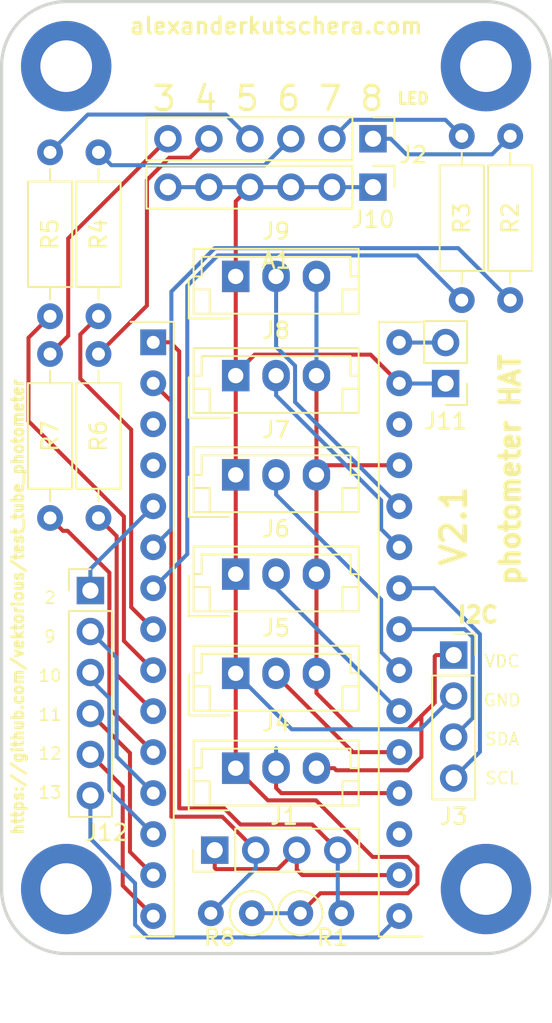
<source format=kicad_pcb>
(kicad_pcb (version 20171130) (host pcbnew "(5.1.12)-1")

  (general
    (thickness 1.6)
    (drawings 17)
    (tracks 195)
    (zones 0)
    (modules 25)
    (nets 33)
  )

  (page A4)
  (layers
    (0 F.Cu signal)
    (31 B.Cu signal)
    (32 B.Adhes user hide)
    (33 F.Adhes user hide)
    (34 B.Paste user hide)
    (35 F.Paste user hide)
    (36 B.SilkS user hide)
    (37 F.SilkS user hide)
    (38 B.Mask user hide)
    (39 F.Mask user hide)
    (40 Dwgs.User user hide)
    (41 Cmts.User user hide)
    (42 Eco1.User user hide)
    (43 Eco2.User user hide)
    (44 Edge.Cuts user)
    (45 Margin user hide)
    (46 B.CrtYd user hide)
    (47 F.CrtYd user hide)
    (48 B.Fab user hide)
    (49 F.Fab user hide)
  )

  (setup
    (last_trace_width 0.25)
    (trace_clearance 0.2)
    (zone_clearance 0.508)
    (zone_45_only no)
    (trace_min 0.2)
    (via_size 0.8)
    (via_drill 0.4)
    (via_min_size 0.4)
    (via_min_drill 0.3)
    (uvia_size 0.3)
    (uvia_drill 0.1)
    (uvias_allowed no)
    (uvia_min_size 0.2)
    (uvia_min_drill 0.1)
    (edge_width 0.2)
    (segment_width 0.2)
    (pcb_text_width 0.3)
    (pcb_text_size 1.5 1.5)
    (mod_edge_width 0.15)
    (mod_text_size 1 1)
    (mod_text_width 0.15)
    (pad_size 1.524 1.524)
    (pad_drill 0.762)
    (pad_to_mask_clearance 0.2)
    (aux_axis_origin 0 0)
    (visible_elements 7FFFFFFF)
    (pcbplotparams
      (layerselection 0x030ff_ffffffff)
      (usegerberextensions false)
      (usegerberattributes false)
      (usegerberadvancedattributes false)
      (creategerberjobfile false)
      (excludeedgelayer true)
      (linewidth 0.100000)
      (plotframeref false)
      (viasonmask false)
      (mode 1)
      (useauxorigin false)
      (hpglpennumber 1)
      (hpglpenspeed 20)
      (hpglpendiameter 15.000000)
      (psnegative false)
      (psa4output false)
      (plotreference true)
      (plotvalue true)
      (plotinvisibletext false)
      (padsonsilk false)
      (subtractmaskfromsilk false)
      (outputformat 1)
      (mirror false)
      (drillshape 0)
      (scaleselection 1)
      (outputdirectory "tt_nano_HAT_gerbers/"))
  )

  (net 0 "")
  (net 1 "Net-(A1-Pad19)")
  (net 2 "Net-(A1-Pad20)")
  (net 3 "Net-(A1-Pad21)")
  (net 4 "Net-(A1-Pad6)")
  (net 5 "Net-(A1-Pad22)")
  (net 6 "Net-(A1-Pad7)")
  (net 7 "Net-(A1-Pad23)")
  (net 8 "Net-(A1-Pad8)")
  (net 9 "Net-(A1-Pad24)")
  (net 10 "Net-(A1-Pad9)")
  (net 11 "Net-(A1-Pad25)")
  (net 12 "Net-(A1-Pad10)")
  (net 13 "Net-(A1-Pad26)")
  (net 14 "Net-(A1-Pad11)")
  (net 15 "Net-(A1-Pad27)")
  (net 16 "Net-(A1-Pad15)")
  (net 17 "Net-(A1-Pad16)")
  (net 18 "Net-(J2-Pad1)")
  (net 19 "Net-(J2-Pad2)")
  (net 20 "Net-(J2-Pad3)")
  (net 21 "Net-(J2-Pad4)")
  (net 22 "Net-(J2-Pad5)")
  (net 23 "Net-(J2-Pad6)")
  (net 24 "Net-(A1-Pad30)")
  (net 25 "Net-(A1-Pad14)")
  (net 26 "Net-(A1-Pad13)")
  (net 27 "Net-(A1-Pad12)")
  (net 28 "Net-(A1-Pad5)")
  (net 29 "Net-(A1-Pad2)")
  (net 30 "Net-(A1-Pad17)")
  (net 31 "Net-(A1-Pad1)")
  (net 32 GND)

  (net_class Default "Dies ist die voreingestellte Netzklasse."
    (clearance 0.2)
    (trace_width 0.25)
    (via_dia 0.8)
    (via_drill 0.4)
    (uvia_dia 0.3)
    (uvia_drill 0.1)
    (add_net GND)
    (add_net "Net-(A1-Pad1)")
    (add_net "Net-(A1-Pad10)")
    (add_net "Net-(A1-Pad11)")
    (add_net "Net-(A1-Pad12)")
    (add_net "Net-(A1-Pad13)")
    (add_net "Net-(A1-Pad14)")
    (add_net "Net-(A1-Pad15)")
    (add_net "Net-(A1-Pad16)")
    (add_net "Net-(A1-Pad17)")
    (add_net "Net-(A1-Pad19)")
    (add_net "Net-(A1-Pad2)")
    (add_net "Net-(A1-Pad20)")
    (add_net "Net-(A1-Pad21)")
    (add_net "Net-(A1-Pad22)")
    (add_net "Net-(A1-Pad23)")
    (add_net "Net-(A1-Pad24)")
    (add_net "Net-(A1-Pad25)")
    (add_net "Net-(A1-Pad26)")
    (add_net "Net-(A1-Pad27)")
    (add_net "Net-(A1-Pad30)")
    (add_net "Net-(A1-Pad5)")
    (add_net "Net-(A1-Pad6)")
    (add_net "Net-(A1-Pad7)")
    (add_net "Net-(A1-Pad8)")
    (add_net "Net-(A1-Pad9)")
    (add_net "Net-(J2-Pad1)")
    (add_net "Net-(J2-Pad2)")
    (add_net "Net-(J2-Pad3)")
    (add_net "Net-(J2-Pad4)")
    (add_net "Net-(J2-Pad5)")
    (add_net "Net-(J2-Pad6)")
  )

  (module MountingHole:MountingHole_3.2mm_M3_DIN965_Pad (layer F.Cu) (tedit 5C9D3360) (tstamp 5CB5A790)
    (at 137.5 87.5)
    (descr "Mounting Hole 3.2mm, M3, DIN965")
    (tags "mounting hole 3.2mm m3 din965")
    (attr virtual)
    (fp_text reference "" (at 0 -3.8) (layer F.SilkS)
      (effects (font (size 1 1) (thickness 0.15)))
    )
    (fp_text value MountingHole_3.2mm_M3_DIN965_Pad (at 0 3.8) (layer F.Fab)
      (effects (font (size 1 1) (thickness 0.15)))
    )
    (fp_circle (center 0 0) (end 3.05 0) (layer F.CrtYd) (width 0.05))
    (fp_circle (center 0 0) (end 2.8 0) (layer Cmts.User) (width 0.15))
    (fp_text user %R (at 0.3 0) (layer F.Fab)
      (effects (font (size 1 1) (thickness 0.15)))
    )
    (pad 1 thru_hole circle (at 0 0) (size 5.6 5.6) (drill 3.2) (layers *.Cu *.Mask))
  )

  (module MountingHole:MountingHole_3.2mm_M3_DIN965_Pad (layer F.Cu) (tedit 5C9D3360) (tstamp 5CB5A690)
    (at 137.5 36.5)
    (descr "Mounting Hole 3.2mm, M3, DIN965")
    (tags "mounting hole 3.2mm m3 din965")
    (attr virtual)
    (fp_text reference "" (at 0 -3.8) (layer F.SilkS)
      (effects (font (size 1 1) (thickness 0.15)))
    )
    (fp_text value MountingHole_3.2mm_M3_DIN965_Pad (at 0 3.8) (layer F.Fab)
      (effects (font (size 1 1) (thickness 0.15)))
    )
    (fp_circle (center 0 0) (end 2.8 0) (layer Cmts.User) (width 0.15))
    (fp_circle (center 0 0) (end 3.05 0) (layer F.CrtYd) (width 0.05))
    (fp_text user %R (at 0.3 0) (layer F.Fab)
      (effects (font (size 1 1) (thickness 0.15)))
    )
    (pad 1 thru_hole circle (at 0 0) (size 5.6 5.6) (drill 3.2) (layers *.Cu *.Mask))
  )

  (module MountingHole:MountingHole_3.2mm_M3_DIN965_Pad (layer F.Cu) (tedit 5C9D3360) (tstamp 5CB5A5D5)
    (at 163.5 87.5)
    (descr "Mounting Hole 3.2mm, M3, DIN965")
    (tags "mounting hole 3.2mm m3 din965")
    (attr virtual)
    (fp_text reference "" (at 0 -3.8) (layer F.SilkS)
      (effects (font (size 1 1) (thickness 0.15)))
    )
    (fp_text value MountingHole_3.2mm_M3_DIN965_Pad (at 0 3.8) (layer F.Fab)
      (effects (font (size 1 1) (thickness 0.15)))
    )
    (fp_circle (center 0 0) (end 3.05 0) (layer F.CrtYd) (width 0.05))
    (fp_circle (center 0 0) (end 2.8 0) (layer Cmts.User) (width 0.15))
    (fp_text user %R (at 0.3 0) (layer F.Fab)
      (effects (font (size 1 1) (thickness 0.15)))
    )
    (pad 1 thru_hole circle (at 0 0) (size 5.6 5.6) (drill 3.2) (layers *.Cu *.Mask))
  )

  (module Module:Arduino_Nano2 (layer F.Cu) (tedit 5BF973D9) (tstamp 5C05A1FC)
    (at 142.89 53.615001)
    (descr "Arduino Nano, http://www.mouser.com/pdfdocs/Gravitech_Arduino_Nano3_0.pdf")
    (tags "Arduino Nano")
    (path /5BEB4545)
    (fp_text reference A1 (at 7.62 -5.08) (layer F.SilkS)
      (effects (font (size 1 1) (thickness 0.15)))
    )
    (fp_text value Arduino_Nano_v3.x (at 8.89 19.05 90) (layer F.Fab)
      (effects (font (size 1 1) (thickness 0.15)))
    )
    (fp_line (start 1.27 1.27) (end 1.27 -1.27) (layer F.SilkS) (width 0.12))
    (fp_line (start 1.27 -1.27) (end -1.4 -1.27) (layer F.SilkS) (width 0.12))
    (fp_line (start 13.97 -1.27) (end 16.64 -1.27) (layer F.SilkS) (width 0.12))
    (fp_line (start 13.97 -1.27) (end 13.97 36.83) (layer F.SilkS) (width 0.12))
    (fp_line (start 13.97 36.83) (end 16.64 36.83) (layer F.SilkS) (width 0.12))
    (fp_line (start 1.27 1.27) (end 1.27 36.83) (layer F.SilkS) (width 0.12))
    (fp_line (start 1.27 36.83) (end -1.4 36.83) (layer F.SilkS) (width 0.12))
    (fp_line (start 3.81 31.75) (end 11.43 31.75) (layer F.Fab) (width 0.1))
    (fp_line (start 11.43 31.75) (end 11.43 41.91) (layer F.Fab) (width 0.1))
    (fp_line (start 11.43 41.91) (end 3.81 41.91) (layer F.Fab) (width 0.1))
    (fp_line (start 3.81 41.91) (end 3.81 31.75) (layer F.Fab) (width 0.1))
    (fp_line (start 16.51 39.37) (end -1.27 39.37) (layer F.Fab) (width 0.1))
    (fp_line (start -1.27 39.37) (end -1.27 -2.54) (layer F.Fab) (width 0.1))
    (fp_line (start -1.27 -2.54) (end 0 -3.81) (layer F.Fab) (width 0.1))
    (fp_line (start 0 -3.81) (end 16.51 -3.81) (layer F.Fab) (width 0.1))
    (fp_line (start 16.51 -3.81) (end 16.51 39.37) (layer F.Fab) (width 0.1))
    (fp_line (start -1.53 -4.06) (end 16.75 -4.06) (layer F.CrtYd) (width 0.05))
    (fp_line (start -1.53 -4.06) (end -1.53 42.16) (layer F.CrtYd) (width 0.05))
    (fp_line (start 16.75 42.16) (end 16.75 -4.06) (layer F.CrtYd) (width 0.05))
    (fp_line (start 16.75 42.16) (end -1.53 42.16) (layer F.CrtYd) (width 0.05))
    (fp_text user %R (at 6.35 19.05 90) (layer F.Fab)
      (effects (font (size 1 1) (thickness 0.15)))
    )
    (pad 16 thru_hole oval (at 15.24 35.56) (size 1.6 1.6) (drill 0.8) (layers *.Cu *.Mask)
      (net 17 "Net-(A1-Pad16)"))
    (pad 15 thru_hole oval (at 0 35.56) (size 1.6 1.6) (drill 0.8) (layers *.Cu *.Mask)
      (net 16 "Net-(A1-Pad15)"))
    (pad 30 thru_hole oval (at 15.24 0) (size 1.6 1.6) (drill 0.8) (layers *.Cu *.Mask)
      (net 24 "Net-(A1-Pad30)"))
    (pad 14 thru_hole oval (at 0 33.02) (size 1.6 1.6) (drill 0.8) (layers *.Cu *.Mask)
      (net 25 "Net-(A1-Pad14)"))
    (pad 29 thru_hole oval (at 15.24 2.54) (size 1.6 1.6) (drill 0.8) (layers *.Cu *.Mask)
      (net 32 GND))
    (pad 13 thru_hole oval (at 0 30.48) (size 1.6 1.6) (drill 0.8) (layers *.Cu *.Mask)
      (net 26 "Net-(A1-Pad13)"))
    (pad 28 thru_hole oval (at 15.24 5.08) (size 1.6 1.6) (drill 0.8) (layers *.Cu *.Mask))
    (pad 12 thru_hole oval (at 0 27.94) (size 1.6 1.6) (drill 0.8) (layers *.Cu *.Mask)
      (net 27 "Net-(A1-Pad12)"))
    (pad 27 thru_hole oval (at 15.24 7.62) (size 1.6 1.6) (drill 0.8) (layers *.Cu *.Mask)
      (net 15 "Net-(A1-Pad27)"))
    (pad 11 thru_hole oval (at 0 25.4) (size 1.6 1.6) (drill 0.8) (layers *.Cu *.Mask)
      (net 14 "Net-(A1-Pad11)"))
    (pad 26 thru_hole oval (at 15.24 10.16) (size 1.6 1.6) (drill 0.8) (layers *.Cu *.Mask)
      (net 13 "Net-(A1-Pad26)"))
    (pad 10 thru_hole oval (at 0 22.86) (size 1.6 1.6) (drill 0.8) (layers *.Cu *.Mask)
      (net 12 "Net-(A1-Pad10)"))
    (pad 25 thru_hole oval (at 15.24 12.7) (size 1.6 1.6) (drill 0.8) (layers *.Cu *.Mask)
      (net 11 "Net-(A1-Pad25)"))
    (pad 9 thru_hole oval (at 0 20.32) (size 1.6 1.6) (drill 0.8) (layers *.Cu *.Mask)
      (net 10 "Net-(A1-Pad9)"))
    (pad 24 thru_hole oval (at 15.24 15.24) (size 1.6 1.6) (drill 0.8) (layers *.Cu *.Mask)
      (net 9 "Net-(A1-Pad24)"))
    (pad 8 thru_hole oval (at 0 17.78) (size 1.6 1.6) (drill 0.8) (layers *.Cu *.Mask)
      (net 8 "Net-(A1-Pad8)"))
    (pad 23 thru_hole oval (at 15.24 17.78) (size 1.6 1.6) (drill 0.8) (layers *.Cu *.Mask)
      (net 7 "Net-(A1-Pad23)"))
    (pad 7 thru_hole oval (at 0 15.24) (size 1.6 1.6) (drill 0.8) (layers *.Cu *.Mask)
      (net 6 "Net-(A1-Pad7)"))
    (pad 22 thru_hole oval (at 15.24 20.32) (size 1.6 1.6) (drill 0.8) (layers *.Cu *.Mask)
      (net 5 "Net-(A1-Pad22)"))
    (pad 6 thru_hole oval (at 0 12.7) (size 1.6 1.6) (drill 0.8) (layers *.Cu *.Mask)
      (net 4 "Net-(A1-Pad6)"))
    (pad 21 thru_hole oval (at 15.24 22.86) (size 1.6 1.6) (drill 0.8) (layers *.Cu *.Mask)
      (net 3 "Net-(A1-Pad21)"))
    (pad 5 thru_hole oval (at 0 10.16) (size 1.6 1.6) (drill 0.8) (layers *.Cu *.Mask)
      (net 28 "Net-(A1-Pad5)"))
    (pad 20 thru_hole oval (at 15.24 25.4) (size 1.6 1.6) (drill 0.8) (layers *.Cu *.Mask)
      (net 2 "Net-(A1-Pad20)"))
    (pad 4 thru_hole oval (at 0 7.62) (size 1.6 1.6) (drill 0.8) (layers *.Cu *.Mask))
    (pad 19 thru_hole oval (at 15.24 27.94) (size 1.6 1.6) (drill 0.8) (layers *.Cu *.Mask)
      (net 1 "Net-(A1-Pad19)"))
    (pad 3 thru_hole oval (at 0 5.08) (size 1.6 1.6) (drill 0.8) (layers *.Cu *.Mask))
    (pad 18 thru_hole oval (at 15.24 30.48) (size 1.6 1.6) (drill 0.8) (layers *.Cu *.Mask))
    (pad 2 thru_hole oval (at 0 2.54) (size 1.6 1.6) (drill 0.8) (layers *.Cu *.Mask)
      (net 29 "Net-(A1-Pad2)"))
    (pad 17 thru_hole oval (at 15.24 33.02) (size 1.6 1.6) (drill 0.8) (layers *.Cu *.Mask)
      (net 30 "Net-(A1-Pad17)"))
    (pad 1 thru_hole rect (at 0 0) (size 1.6 1.6) (drill 0.8) (layers *.Cu *.Mask)
      (net 31 "Net-(A1-Pad1)"))
    (model ${KISYS3DMOD}/Module.3dshapes/Arduino_Nano_WithMountingHoles.wrl
      (at (xyz 0 0 0))
      (scale (xyz 1 1 1))
      (rotate (xyz 0 0 0))
    )
  )

  (module Connector_JST:JST_EH_B03B-EH-A_1x03_P2.50mm_Vertical (layer F.Cu) (tedit 5A0EB040) (tstamp 5C05A2B2)
    (at 148 61.83)
    (descr "JST EH series connector, B03B-EH-A (http://www.jst-mfg.com/product/pdf/eng/eEH.pdf), generated with kicad-footprint-generator")
    (tags "connector JST EH side entry")
    (path /5BF5C4E4)
    (fp_text reference J7 (at 2.5 -2.8) (layer F.SilkS)
      (effects (font (size 1 1) (thickness 0.15)))
    )
    (fp_text value Conn_01x03_Male (at 2.5 3.4) (layer F.Fab)
      (effects (font (size 1 1) (thickness 0.15)))
    )
    (fp_line (start -2.5 -1.6) (end -2.5 2.2) (layer F.Fab) (width 0.1))
    (fp_line (start -2.5 2.2) (end 7.5 2.2) (layer F.Fab) (width 0.1))
    (fp_line (start 7.5 2.2) (end 7.5 -1.6) (layer F.Fab) (width 0.1))
    (fp_line (start 7.5 -1.6) (end -2.5 -1.6) (layer F.Fab) (width 0.1))
    (fp_line (start -3 -2.1) (end -3 2.7) (layer F.CrtYd) (width 0.05))
    (fp_line (start -3 2.7) (end 8 2.7) (layer F.CrtYd) (width 0.05))
    (fp_line (start 8 2.7) (end 8 -2.1) (layer F.CrtYd) (width 0.05))
    (fp_line (start 8 -2.1) (end -3 -2.1) (layer F.CrtYd) (width 0.05))
    (fp_line (start -2.61 -1.71) (end -2.61 2.31) (layer F.SilkS) (width 0.12))
    (fp_line (start -2.61 2.31) (end 7.61 2.31) (layer F.SilkS) (width 0.12))
    (fp_line (start 7.61 2.31) (end 7.61 -1.71) (layer F.SilkS) (width 0.12))
    (fp_line (start 7.61 -1.71) (end -2.61 -1.71) (layer F.SilkS) (width 0.12))
    (fp_line (start -2.61 0) (end -2.11 0) (layer F.SilkS) (width 0.12))
    (fp_line (start -2.11 0) (end -2.11 -1.21) (layer F.SilkS) (width 0.12))
    (fp_line (start -2.11 -1.21) (end 7.11 -1.21) (layer F.SilkS) (width 0.12))
    (fp_line (start 7.11 -1.21) (end 7.11 0) (layer F.SilkS) (width 0.12))
    (fp_line (start 7.11 0) (end 7.61 0) (layer F.SilkS) (width 0.12))
    (fp_line (start -2.61 0.81) (end -1.61 0.81) (layer F.SilkS) (width 0.12))
    (fp_line (start -1.61 0.81) (end -1.61 2.31) (layer F.SilkS) (width 0.12))
    (fp_line (start 7.61 0.81) (end 6.61 0.81) (layer F.SilkS) (width 0.12))
    (fp_line (start 6.61 0.81) (end 6.61 2.31) (layer F.SilkS) (width 0.12))
    (fp_line (start -2.91 0.11) (end -2.91 2.61) (layer F.SilkS) (width 0.12))
    (fp_line (start -2.91 2.61) (end -0.41 2.61) (layer F.SilkS) (width 0.12))
    (fp_line (start -2.91 0.11) (end -2.91 2.61) (layer F.Fab) (width 0.1))
    (fp_line (start -2.91 2.61) (end -0.41 2.61) (layer F.Fab) (width 0.1))
    (fp_text user %R (at 2.5 1.5) (layer F.Fab)
      (effects (font (size 1 1) (thickness 0.15)))
    )
    (pad 3 thru_hole oval (at 5 0) (size 1.7 1.95) (drill 0.95) (layers *.Cu *.Mask)
      (net 15 "Net-(A1-Pad27)"))
    (pad 2 thru_hole oval (at 2.5 0) (size 1.7 1.95) (drill 0.95) (layers *.Cu *.Mask)
      (net 5 "Net-(A1-Pad22)"))
    (pad 1 thru_hole rect (at 0 0) (size 1.7 1.95) (drill 0.95) (layers *.Cu *.Mask)
      (net 32 GND))
    (model ${KISYS3DMOD}/Connector_JST.3dshapes/JST_EH_B03B-EH-A_1x03_P2.50mm_Vertical.wrl
      (at (xyz 0 0 0))
      (scale (xyz 1 1 1))
      (rotate (xyz 0 0 0))
    )
  )

  (module Connector_PinSocket_2.54mm:PinSocket_1x04_P2.54mm_Vertical (layer F.Cu) (tedit 5C785760) (tstamp 5C05A22E)
    (at 161.5 73)
    (descr "Through hole straight socket strip, 1x04, 2.54mm pitch, single row (from Kicad 4.0.7), script generated")
    (tags "Through hole socket strip THT 1x04 2.54mm single row")
    (path /5BF65B72)
    (fp_text reference J3 (at 0 10) (layer F.SilkS)
      (effects (font (size 1 1) (thickness 0.15)))
    )
    (fp_text value Conn_01x04_Female (at 0 10.39) (layer F.Fab)
      (effects (font (size 1 1) (thickness 0.15)))
    )
    (fp_line (start -1.8 9.4) (end -1.8 -1.8) (layer F.CrtYd) (width 0.05))
    (fp_line (start 1.75 9.4) (end -1.8 9.4) (layer F.CrtYd) (width 0.05))
    (fp_line (start 1.75 -1.8) (end 1.75 9.4) (layer F.CrtYd) (width 0.05))
    (fp_line (start -1.8 -1.8) (end 1.75 -1.8) (layer F.CrtYd) (width 0.05))
    (fp_line (start 0 -1.33) (end 1.33 -1.33) (layer F.SilkS) (width 0.12))
    (fp_line (start 1.33 -1.33) (end 1.33 0) (layer F.SilkS) (width 0.12))
    (fp_line (start 1.33 1.27) (end 1.33 8.95) (layer F.SilkS) (width 0.12))
    (fp_line (start -1.33 8.95) (end 1.33 8.95) (layer F.SilkS) (width 0.12))
    (fp_line (start -1.33 1.27) (end -1.33 8.95) (layer F.SilkS) (width 0.12))
    (fp_line (start -1.33 1.27) (end 1.33 1.27) (layer F.SilkS) (width 0.12))
    (fp_line (start -1.27 8.89) (end -1.27 -1.27) (layer F.Fab) (width 0.1))
    (fp_line (start 1.27 8.89) (end -1.27 8.89) (layer F.Fab) (width 0.1))
    (fp_line (start 1.27 -0.635) (end 1.27 8.89) (layer F.Fab) (width 0.1))
    (fp_line (start 0.635 -1.27) (end 1.27 -0.635) (layer F.Fab) (width 0.1))
    (fp_line (start -1.27 -1.27) (end 0.635 -1.27) (layer F.Fab) (width 0.1))
    (fp_text user %R (at 0 3.81 90) (layer F.Fab)
      (effects (font (size 1 1) (thickness 0.15)))
    )
    (pad 1 thru_hole rect (at 0 0) (size 1.7 1.7) (drill 1) (layers *.Cu *.Mask)
      (net 15 "Net-(A1-Pad27)"))
    (pad 2 thru_hole oval (at 0 2.54) (size 1.7 1.7) (drill 1) (layers *.Cu *.Mask)
      (net 32 GND))
    (pad 3 thru_hole oval (at 0 5.08) (size 1.7 1.7) (drill 1) (layers *.Cu *.Mask)
      (net 7 "Net-(A1-Pad23)"))
    (pad 4 thru_hole oval (at 0 7.62) (size 1.7 1.7) (drill 1) (layers *.Cu *.Mask)
      (net 9 "Net-(A1-Pad24)"))
    (model ${KISYS3DMOD}/Connector_PinSocket_2.54mm.3dshapes/PinSocket_1x04_P2.54mm_Vertical.wrl
      (at (xyz 0 0 0))
      (scale (xyz 1 1 1))
      (rotate (xyz 0 0 0))
    )
  )

  (module Connector_JST:JST_EH_B03B-EH-A_1x03_P2.50mm_Vertical (layer F.Cu) (tedit 5A0EB040) (tstamp 5C05A24F)
    (at 148 80.01)
    (descr "JST EH series connector, B03B-EH-A (http://www.jst-mfg.com/product/pdf/eng/eEH.pdf), generated with kicad-footprint-generator")
    (tags "connector JST EH side entry")
    (path /5BF5C584)
    (fp_text reference J4 (at 2.5 -2.8) (layer F.SilkS)
      (effects (font (size 1 1) (thickness 0.15)))
    )
    (fp_text value Conn_01x03_Male (at 2.5 3.4) (layer F.Fab)
      (effects (font (size 1 1) (thickness 0.15)))
    )
    (fp_line (start -2.91 2.61) (end -0.41 2.61) (layer F.Fab) (width 0.1))
    (fp_line (start -2.91 0.11) (end -2.91 2.61) (layer F.Fab) (width 0.1))
    (fp_line (start -2.91 2.61) (end -0.41 2.61) (layer F.SilkS) (width 0.12))
    (fp_line (start -2.91 0.11) (end -2.91 2.61) (layer F.SilkS) (width 0.12))
    (fp_line (start 6.61 0.81) (end 6.61 2.31) (layer F.SilkS) (width 0.12))
    (fp_line (start 7.61 0.81) (end 6.61 0.81) (layer F.SilkS) (width 0.12))
    (fp_line (start -1.61 0.81) (end -1.61 2.31) (layer F.SilkS) (width 0.12))
    (fp_line (start -2.61 0.81) (end -1.61 0.81) (layer F.SilkS) (width 0.12))
    (fp_line (start 7.11 0) (end 7.61 0) (layer F.SilkS) (width 0.12))
    (fp_line (start 7.11 -1.21) (end 7.11 0) (layer F.SilkS) (width 0.12))
    (fp_line (start -2.11 -1.21) (end 7.11 -1.21) (layer F.SilkS) (width 0.12))
    (fp_line (start -2.11 0) (end -2.11 -1.21) (layer F.SilkS) (width 0.12))
    (fp_line (start -2.61 0) (end -2.11 0) (layer F.SilkS) (width 0.12))
    (fp_line (start 7.61 -1.71) (end -2.61 -1.71) (layer F.SilkS) (width 0.12))
    (fp_line (start 7.61 2.31) (end 7.61 -1.71) (layer F.SilkS) (width 0.12))
    (fp_line (start -2.61 2.31) (end 7.61 2.31) (layer F.SilkS) (width 0.12))
    (fp_line (start -2.61 -1.71) (end -2.61 2.31) (layer F.SilkS) (width 0.12))
    (fp_line (start 8 -2.1) (end -3 -2.1) (layer F.CrtYd) (width 0.05))
    (fp_line (start 8 2.7) (end 8 -2.1) (layer F.CrtYd) (width 0.05))
    (fp_line (start -3 2.7) (end 8 2.7) (layer F.CrtYd) (width 0.05))
    (fp_line (start -3 -2.1) (end -3 2.7) (layer F.CrtYd) (width 0.05))
    (fp_line (start 7.5 -1.6) (end -2.5 -1.6) (layer F.Fab) (width 0.1))
    (fp_line (start 7.5 2.2) (end 7.5 -1.6) (layer F.Fab) (width 0.1))
    (fp_line (start -2.5 2.2) (end 7.5 2.2) (layer F.Fab) (width 0.1))
    (fp_line (start -2.5 -1.6) (end -2.5 2.2) (layer F.Fab) (width 0.1))
    (fp_text user %R (at 2.5 1.5) (layer F.Fab)
      (effects (font (size 1 1) (thickness 0.15)))
    )
    (pad 1 thru_hole rect (at 0 0) (size 1.7 1.95) (drill 0.95) (layers *.Cu *.Mask)
      (net 32 GND))
    (pad 2 thru_hole oval (at 2.5 0) (size 1.7 1.95) (drill 0.95) (layers *.Cu *.Mask)
      (net 1 "Net-(A1-Pad19)"))
    (pad 3 thru_hole oval (at 5 0) (size 1.7 1.95) (drill 0.95) (layers *.Cu *.Mask)
      (net 15 "Net-(A1-Pad27)"))
    (model ${KISYS3DMOD}/Connector_JST.3dshapes/JST_EH_B03B-EH-A_1x03_P2.50mm_Vertical.wrl
      (at (xyz 0 0 0))
      (scale (xyz 1 1 1))
      (rotate (xyz 0 0 0))
    )
  )

  (module Connector_JST:JST_EH_B03B-EH-A_1x03_P2.50mm_Vertical (layer F.Cu) (tedit 5A0EB040) (tstamp 5C05A270)
    (at 148 74.13)
    (descr "JST EH series connector, B03B-EH-A (http://www.jst-mfg.com/product/pdf/eng/eEH.pdf), generated with kicad-footprint-generator")
    (tags "connector JST EH side entry")
    (path /5BF5C540)
    (fp_text reference J5 (at 2.5 -2.8) (layer F.SilkS)
      (effects (font (size 1 1) (thickness 0.15)))
    )
    (fp_text value Conn_01x03_Male (at 2.5 3.4) (layer F.Fab)
      (effects (font (size 1 1) (thickness 0.15)))
    )
    (fp_line (start -2.5 -1.6) (end -2.5 2.2) (layer F.Fab) (width 0.1))
    (fp_line (start -2.5 2.2) (end 7.5 2.2) (layer F.Fab) (width 0.1))
    (fp_line (start 7.5 2.2) (end 7.5 -1.6) (layer F.Fab) (width 0.1))
    (fp_line (start 7.5 -1.6) (end -2.5 -1.6) (layer F.Fab) (width 0.1))
    (fp_line (start -3 -2.1) (end -3 2.7) (layer F.CrtYd) (width 0.05))
    (fp_line (start -3 2.7) (end 8 2.7) (layer F.CrtYd) (width 0.05))
    (fp_line (start 8 2.7) (end 8 -2.1) (layer F.CrtYd) (width 0.05))
    (fp_line (start 8 -2.1) (end -3 -2.1) (layer F.CrtYd) (width 0.05))
    (fp_line (start -2.61 -1.71) (end -2.61 2.31) (layer F.SilkS) (width 0.12))
    (fp_line (start -2.61 2.31) (end 7.61 2.31) (layer F.SilkS) (width 0.12))
    (fp_line (start 7.61 2.31) (end 7.61 -1.71) (layer F.SilkS) (width 0.12))
    (fp_line (start 7.61 -1.71) (end -2.61 -1.71) (layer F.SilkS) (width 0.12))
    (fp_line (start -2.61 0) (end -2.11 0) (layer F.SilkS) (width 0.12))
    (fp_line (start -2.11 0) (end -2.11 -1.21) (layer F.SilkS) (width 0.12))
    (fp_line (start -2.11 -1.21) (end 7.11 -1.21) (layer F.SilkS) (width 0.12))
    (fp_line (start 7.11 -1.21) (end 7.11 0) (layer F.SilkS) (width 0.12))
    (fp_line (start 7.11 0) (end 7.61 0) (layer F.SilkS) (width 0.12))
    (fp_line (start -2.61 0.81) (end -1.61 0.81) (layer F.SilkS) (width 0.12))
    (fp_line (start -1.61 0.81) (end -1.61 2.31) (layer F.SilkS) (width 0.12))
    (fp_line (start 7.61 0.81) (end 6.61 0.81) (layer F.SilkS) (width 0.12))
    (fp_line (start 6.61 0.81) (end 6.61 2.31) (layer F.SilkS) (width 0.12))
    (fp_line (start -2.91 0.11) (end -2.91 2.61) (layer F.SilkS) (width 0.12))
    (fp_line (start -2.91 2.61) (end -0.41 2.61) (layer F.SilkS) (width 0.12))
    (fp_line (start -2.91 0.11) (end -2.91 2.61) (layer F.Fab) (width 0.1))
    (fp_line (start -2.91 2.61) (end -0.41 2.61) (layer F.Fab) (width 0.1))
    (fp_text user %R (at 2.5 1.5) (layer F.Fab)
      (effects (font (size 1 1) (thickness 0.15)))
    )
    (pad 3 thru_hole oval (at 5 0) (size 1.7 1.95) (drill 0.95) (layers *.Cu *.Mask)
      (net 15 "Net-(A1-Pad27)"))
    (pad 2 thru_hole oval (at 2.5 0) (size 1.7 1.95) (drill 0.95) (layers *.Cu *.Mask)
      (net 2 "Net-(A1-Pad20)"))
    (pad 1 thru_hole rect (at 0 0) (size 1.7 1.95) (drill 0.95) (layers *.Cu *.Mask)
      (net 32 GND))
    (model ${KISYS3DMOD}/Connector_JST.3dshapes/JST_EH_B03B-EH-A_1x03_P2.50mm_Vertical.wrl
      (at (xyz 0 0 0))
      (scale (xyz 1 1 1))
      (rotate (xyz 0 0 0))
    )
  )

  (module Connector_JST:JST_EH_B03B-EH-A_1x03_P2.50mm_Vertical (layer F.Cu) (tedit 5A0EB040) (tstamp 5C05A291)
    (at 148 67.98)
    (descr "JST EH series connector, B03B-EH-A (http://www.jst-mfg.com/product/pdf/eng/eEH.pdf), generated with kicad-footprint-generator")
    (tags "connector JST EH side entry")
    (path /5BF5C510)
    (fp_text reference J6 (at 2.5 -2.8) (layer F.SilkS)
      (effects (font (size 1 1) (thickness 0.15)))
    )
    (fp_text value Conn_01x03_Male (at 2.5 3.4) (layer F.Fab)
      (effects (font (size 1 1) (thickness 0.15)))
    )
    (fp_line (start -2.91 2.61) (end -0.41 2.61) (layer F.Fab) (width 0.1))
    (fp_line (start -2.91 0.11) (end -2.91 2.61) (layer F.Fab) (width 0.1))
    (fp_line (start -2.91 2.61) (end -0.41 2.61) (layer F.SilkS) (width 0.12))
    (fp_line (start -2.91 0.11) (end -2.91 2.61) (layer F.SilkS) (width 0.12))
    (fp_line (start 6.61 0.81) (end 6.61 2.31) (layer F.SilkS) (width 0.12))
    (fp_line (start 7.61 0.81) (end 6.61 0.81) (layer F.SilkS) (width 0.12))
    (fp_line (start -1.61 0.81) (end -1.61 2.31) (layer F.SilkS) (width 0.12))
    (fp_line (start -2.61 0.81) (end -1.61 0.81) (layer F.SilkS) (width 0.12))
    (fp_line (start 7.11 0) (end 7.61 0) (layer F.SilkS) (width 0.12))
    (fp_line (start 7.11 -1.21) (end 7.11 0) (layer F.SilkS) (width 0.12))
    (fp_line (start -2.11 -1.21) (end 7.11 -1.21) (layer F.SilkS) (width 0.12))
    (fp_line (start -2.11 0) (end -2.11 -1.21) (layer F.SilkS) (width 0.12))
    (fp_line (start -2.61 0) (end -2.11 0) (layer F.SilkS) (width 0.12))
    (fp_line (start 7.61 -1.71) (end -2.61 -1.71) (layer F.SilkS) (width 0.12))
    (fp_line (start 7.61 2.31) (end 7.61 -1.71) (layer F.SilkS) (width 0.12))
    (fp_line (start -2.61 2.31) (end 7.61 2.31) (layer F.SilkS) (width 0.12))
    (fp_line (start -2.61 -1.71) (end -2.61 2.31) (layer F.SilkS) (width 0.12))
    (fp_line (start 8 -2.1) (end -3 -2.1) (layer F.CrtYd) (width 0.05))
    (fp_line (start 8 2.7) (end 8 -2.1) (layer F.CrtYd) (width 0.05))
    (fp_line (start -3 2.7) (end 8 2.7) (layer F.CrtYd) (width 0.05))
    (fp_line (start -3 -2.1) (end -3 2.7) (layer F.CrtYd) (width 0.05))
    (fp_line (start 7.5 -1.6) (end -2.5 -1.6) (layer F.Fab) (width 0.1))
    (fp_line (start 7.5 2.2) (end 7.5 -1.6) (layer F.Fab) (width 0.1))
    (fp_line (start -2.5 2.2) (end 7.5 2.2) (layer F.Fab) (width 0.1))
    (fp_line (start -2.5 -1.6) (end -2.5 2.2) (layer F.Fab) (width 0.1))
    (fp_text user %R (at 2.5 1.5) (layer F.Fab)
      (effects (font (size 1 1) (thickness 0.15)))
    )
    (pad 1 thru_hole rect (at 0 0) (size 1.7 1.95) (drill 0.95) (layers *.Cu *.Mask)
      (net 32 GND))
    (pad 2 thru_hole oval (at 2.5 0) (size 1.7 1.95) (drill 0.95) (layers *.Cu *.Mask)
      (net 3 "Net-(A1-Pad21)"))
    (pad 3 thru_hole oval (at 5 0) (size 1.7 1.95) (drill 0.95) (layers *.Cu *.Mask)
      (net 15 "Net-(A1-Pad27)"))
    (model ${KISYS3DMOD}/Connector_JST.3dshapes/JST_EH_B03B-EH-A_1x03_P2.50mm_Vertical.wrl
      (at (xyz 0 0 0))
      (scale (xyz 1 1 1))
      (rotate (xyz 0 0 0))
    )
  )

  (module Connector_JST:JST_EH_B03B-EH-A_1x03_P2.50mm_Vertical (layer F.Cu) (tedit 5A0EB040) (tstamp 5C05A2D3)
    (at 148 55.68)
    (descr "JST EH series connector, B03B-EH-A (http://www.jst-mfg.com/product/pdf/eng/eEH.pdf), generated with kicad-footprint-generator")
    (tags "connector JST EH side entry")
    (path /5BF5C4B0)
    (fp_text reference J8 (at 2.5 -2.8) (layer F.SilkS)
      (effects (font (size 1 1) (thickness 0.15)))
    )
    (fp_text value Conn_01x03_Male (at 2.5 3.4) (layer F.Fab)
      (effects (font (size 1 1) (thickness 0.15)))
    )
    (fp_line (start -2.91 2.61) (end -0.41 2.61) (layer F.Fab) (width 0.1))
    (fp_line (start -2.91 0.11) (end -2.91 2.61) (layer F.Fab) (width 0.1))
    (fp_line (start -2.91 2.61) (end -0.41 2.61) (layer F.SilkS) (width 0.12))
    (fp_line (start -2.91 0.11) (end -2.91 2.61) (layer F.SilkS) (width 0.12))
    (fp_line (start 6.61 0.81) (end 6.61 2.31) (layer F.SilkS) (width 0.12))
    (fp_line (start 7.61 0.81) (end 6.61 0.81) (layer F.SilkS) (width 0.12))
    (fp_line (start -1.61 0.81) (end -1.61 2.31) (layer F.SilkS) (width 0.12))
    (fp_line (start -2.61 0.81) (end -1.61 0.81) (layer F.SilkS) (width 0.12))
    (fp_line (start 7.11 0) (end 7.61 0) (layer F.SilkS) (width 0.12))
    (fp_line (start 7.11 -1.21) (end 7.11 0) (layer F.SilkS) (width 0.12))
    (fp_line (start -2.11 -1.21) (end 7.11 -1.21) (layer F.SilkS) (width 0.12))
    (fp_line (start -2.11 0) (end -2.11 -1.21) (layer F.SilkS) (width 0.12))
    (fp_line (start -2.61 0) (end -2.11 0) (layer F.SilkS) (width 0.12))
    (fp_line (start 7.61 -1.71) (end -2.61 -1.71) (layer F.SilkS) (width 0.12))
    (fp_line (start 7.61 2.31) (end 7.61 -1.71) (layer F.SilkS) (width 0.12))
    (fp_line (start -2.61 2.31) (end 7.61 2.31) (layer F.SilkS) (width 0.12))
    (fp_line (start -2.61 -1.71) (end -2.61 2.31) (layer F.SilkS) (width 0.12))
    (fp_line (start 8 -2.1) (end -3 -2.1) (layer F.CrtYd) (width 0.05))
    (fp_line (start 8 2.7) (end 8 -2.1) (layer F.CrtYd) (width 0.05))
    (fp_line (start -3 2.7) (end 8 2.7) (layer F.CrtYd) (width 0.05))
    (fp_line (start -3 -2.1) (end -3 2.7) (layer F.CrtYd) (width 0.05))
    (fp_line (start 7.5 -1.6) (end -2.5 -1.6) (layer F.Fab) (width 0.1))
    (fp_line (start 7.5 2.2) (end 7.5 -1.6) (layer F.Fab) (width 0.1))
    (fp_line (start -2.5 2.2) (end 7.5 2.2) (layer F.Fab) (width 0.1))
    (fp_line (start -2.5 -1.6) (end -2.5 2.2) (layer F.Fab) (width 0.1))
    (fp_text user %R (at 2.5 1.5) (layer F.Fab)
      (effects (font (size 1 1) (thickness 0.15)))
    )
    (pad 1 thru_hole rect (at 0 0) (size 1.7 1.95) (drill 0.95) (layers *.Cu *.Mask)
      (net 32 GND))
    (pad 2 thru_hole oval (at 2.5 0) (size 1.7 1.95) (drill 0.95) (layers *.Cu *.Mask)
      (net 11 "Net-(A1-Pad25)"))
    (pad 3 thru_hole oval (at 5 0) (size 1.7 1.95) (drill 0.95) (layers *.Cu *.Mask)
      (net 15 "Net-(A1-Pad27)"))
    (model ${KISYS3DMOD}/Connector_JST.3dshapes/JST_EH_B03B-EH-A_1x03_P2.50mm_Vertical.wrl
      (at (xyz 0 0 0))
      (scale (xyz 1 1 1))
      (rotate (xyz 0 0 0))
    )
  )

  (module Connector_JST:JST_EH_B03B-EH-A_1x03_P2.50mm_Vertical (layer F.Cu) (tedit 5A0EB040) (tstamp 5C05A2F4)
    (at 148 49.53)
    (descr "JST EH series connector, B03B-EH-A (http://www.jst-mfg.com/product/pdf/eng/eEH.pdf), generated with kicad-footprint-generator")
    (tags "connector JST EH side entry")
    (path /5BF5C222)
    (fp_text reference J9 (at 2.5 -2.8) (layer F.SilkS)
      (effects (font (size 1 1) (thickness 0.15)))
    )
    (fp_text value Conn_01x03_Male (at 2.5 3.4) (layer F.Fab)
      (effects (font (size 1 1) (thickness 0.15)))
    )
    (fp_line (start -2.5 -1.6) (end -2.5 2.2) (layer F.Fab) (width 0.1))
    (fp_line (start -2.5 2.2) (end 7.5 2.2) (layer F.Fab) (width 0.1))
    (fp_line (start 7.5 2.2) (end 7.5 -1.6) (layer F.Fab) (width 0.1))
    (fp_line (start 7.5 -1.6) (end -2.5 -1.6) (layer F.Fab) (width 0.1))
    (fp_line (start -3 -2.1) (end -3 2.7) (layer F.CrtYd) (width 0.05))
    (fp_line (start -3 2.7) (end 8 2.7) (layer F.CrtYd) (width 0.05))
    (fp_line (start 8 2.7) (end 8 -2.1) (layer F.CrtYd) (width 0.05))
    (fp_line (start 8 -2.1) (end -3 -2.1) (layer F.CrtYd) (width 0.05))
    (fp_line (start -2.61 -1.71) (end -2.61 2.31) (layer F.SilkS) (width 0.12))
    (fp_line (start -2.61 2.31) (end 7.61 2.31) (layer F.SilkS) (width 0.12))
    (fp_line (start 7.61 2.31) (end 7.61 -1.71) (layer F.SilkS) (width 0.12))
    (fp_line (start 7.61 -1.71) (end -2.61 -1.71) (layer F.SilkS) (width 0.12))
    (fp_line (start -2.61 0) (end -2.11 0) (layer F.SilkS) (width 0.12))
    (fp_line (start -2.11 0) (end -2.11 -1.21) (layer F.SilkS) (width 0.12))
    (fp_line (start -2.11 -1.21) (end 7.11 -1.21) (layer F.SilkS) (width 0.12))
    (fp_line (start 7.11 -1.21) (end 7.11 0) (layer F.SilkS) (width 0.12))
    (fp_line (start 7.11 0) (end 7.61 0) (layer F.SilkS) (width 0.12))
    (fp_line (start -2.61 0.81) (end -1.61 0.81) (layer F.SilkS) (width 0.12))
    (fp_line (start -1.61 0.81) (end -1.61 2.31) (layer F.SilkS) (width 0.12))
    (fp_line (start 7.61 0.81) (end 6.61 0.81) (layer F.SilkS) (width 0.12))
    (fp_line (start 6.61 0.81) (end 6.61 2.31) (layer F.SilkS) (width 0.12))
    (fp_line (start -2.91 0.11) (end -2.91 2.61) (layer F.SilkS) (width 0.12))
    (fp_line (start -2.91 2.61) (end -0.41 2.61) (layer F.SilkS) (width 0.12))
    (fp_line (start -2.91 0.11) (end -2.91 2.61) (layer F.Fab) (width 0.1))
    (fp_line (start -2.91 2.61) (end -0.41 2.61) (layer F.Fab) (width 0.1))
    (fp_text user %R (at 2.5 1.5) (layer F.Fab)
      (effects (font (size 1 1) (thickness 0.15)))
    )
    (pad 3 thru_hole oval (at 5 0) (size 1.7 1.95) (drill 0.95) (layers *.Cu *.Mask)
      (net 15 "Net-(A1-Pad27)"))
    (pad 2 thru_hole oval (at 2.5 0) (size 1.7 1.95) (drill 0.95) (layers *.Cu *.Mask)
      (net 13 "Net-(A1-Pad26)"))
    (pad 1 thru_hole rect (at 0 0) (size 1.7 1.95) (drill 0.95) (layers *.Cu *.Mask)
      (net 32 GND))
    (model ${KISYS3DMOD}/Connector_JST.3dshapes/JST_EH_B03B-EH-A_1x03_P2.50mm_Vertical.wrl
      (at (xyz 0 0 0))
      (scale (xyz 1 1 1))
      (rotate (xyz 0 0 0))
    )
  )

  (module Connector_PinHeader_2.54mm:PinHeader_1x04_P2.54mm_Vertical (layer F.Cu) (tedit 59FED5CC) (tstamp 5C05C507)
    (at 146.7 85.09 90)
    (descr "Through hole straight pin header, 1x04, 2.54mm pitch, single row")
    (tags "Through hole pin header THT 1x04 2.54mm single row")
    (path /5BF9B0E4)
    (fp_text reference J1 (at 2.09 4.3 180) (layer F.SilkS)
      (effects (font (size 1 1) (thickness 0.15)))
    )
    (fp_text value Conn_01x04_Male (at 0 9.95 90) (layer F.Fab)
      (effects (font (size 1 1) (thickness 0.15)))
    )
    (fp_line (start -0.635 -1.27) (end 1.27 -1.27) (layer F.Fab) (width 0.1))
    (fp_line (start 1.27 -1.27) (end 1.27 8.89) (layer F.Fab) (width 0.1))
    (fp_line (start 1.27 8.89) (end -1.27 8.89) (layer F.Fab) (width 0.1))
    (fp_line (start -1.27 8.89) (end -1.27 -0.635) (layer F.Fab) (width 0.1))
    (fp_line (start -1.27 -0.635) (end -0.635 -1.27) (layer F.Fab) (width 0.1))
    (fp_line (start -1.33 8.95) (end 1.33 8.95) (layer F.SilkS) (width 0.12))
    (fp_line (start -1.33 1.27) (end -1.33 8.95) (layer F.SilkS) (width 0.12))
    (fp_line (start 1.33 1.27) (end 1.33 8.95) (layer F.SilkS) (width 0.12))
    (fp_line (start -1.33 1.27) (end 1.33 1.27) (layer F.SilkS) (width 0.12))
    (fp_line (start -1.33 0) (end -1.33 -1.33) (layer F.SilkS) (width 0.12))
    (fp_line (start -1.33 -1.33) (end 0 -1.33) (layer F.SilkS) (width 0.12))
    (fp_line (start -1.8 -1.8) (end -1.8 9.4) (layer F.CrtYd) (width 0.05))
    (fp_line (start -1.8 9.4) (end 1.8 9.4) (layer F.CrtYd) (width 0.05))
    (fp_line (start 1.8 9.4) (end 1.8 -1.8) (layer F.CrtYd) (width 0.05))
    (fp_line (start 1.8 -1.8) (end -1.8 -1.8) (layer F.CrtYd) (width 0.05))
    (fp_text user %R (at 0 3.81 180) (layer F.Fab)
      (effects (font (size 1 1) (thickness 0.15)))
    )
    (pad 4 thru_hole oval (at 0 7.62 90) (size 1.7 1.7) (drill 1) (layers *.Cu *.Mask)
      (net 31 "Net-(A1-Pad1)"))
    (pad 3 thru_hole oval (at 0 5.08 90) (size 1.7 1.7) (drill 1) (layers *.Cu *.Mask)
      (net 30 "Net-(A1-Pad17)"))
    (pad 2 thru_hole oval (at 0 2.54 90) (size 1.7 1.7) (drill 1) (layers *.Cu *.Mask)
      (net 29 "Net-(A1-Pad2)"))
    (pad 1 thru_hole rect (at 0 0 90) (size 1.7 1.7) (drill 1) (layers *.Cu *.Mask)
      (net 30 "Net-(A1-Pad17)"))
    (model ${KISYS3DMOD}/Connector_PinHeader_2.54mm.3dshapes/PinHeader_1x04_P2.54mm_Vertical.wrl
      (at (xyz 0 0 0))
      (scale (xyz 1 1 1))
      (rotate (xyz 0 0 0))
    )
  )

  (module Resistor_THT:R_Axial_DIN0207_L6.3mm_D2.5mm_P2.54mm_Vertical (layer F.Cu) (tedit 5AE5139B) (tstamp 5C7857AB)
    (at 152 89)
    (descr "Resistor, Axial_DIN0207 series, Axial, Vertical, pin pitch=2.54mm, 0.25W = 1/4W, length*diameter=6.3*2.5mm^2, http://cdn-reichelt.de/documents/datenblatt/B400/1_4W%23YAG.pdf")
    (tags "Resistor Axial_DIN0207 series Axial Vertical pin pitch 2.54mm 0.25W = 1/4W length 6.3mm diameter 2.5mm")
    (path /5BFAECA2)
    (fp_text reference R1 (at 2 1.5) (layer F.SilkS)
      (effects (font (size 1 1) (thickness 0.15)))
    )
    (fp_text value R (at 1.27 2.37) (layer F.Fab)
      (effects (font (size 1 1) (thickness 0.15)))
    )
    (fp_circle (center 0 0) (end 1.25 0) (layer F.Fab) (width 0.1))
    (fp_circle (center 0 0) (end 1.37 0) (layer F.SilkS) (width 0.12))
    (fp_line (start 0 0) (end 2.54 0) (layer F.Fab) (width 0.1))
    (fp_line (start 1.37 0) (end 1.44 0) (layer F.SilkS) (width 0.12))
    (fp_line (start -1.5 -1.5) (end -1.5 1.5) (layer F.CrtYd) (width 0.05))
    (fp_line (start -1.5 1.5) (end 3.59 1.5) (layer F.CrtYd) (width 0.05))
    (fp_line (start 3.59 1.5) (end 3.59 -1.5) (layer F.CrtYd) (width 0.05))
    (fp_line (start 3.59 -1.5) (end -1.5 -1.5) (layer F.CrtYd) (width 0.05))
    (fp_text user %R (at 1.27 -2.37) (layer F.Fab)
      (effects (font (size 1 1) (thickness 0.15)))
    )
    (pad 2 thru_hole oval (at 2.54 0) (size 1.6 1.6) (drill 0.8) (layers *.Cu *.Mask)
      (net 31 "Net-(A1-Pad1)"))
    (pad 1 thru_hole circle (at 0 0) (size 1.6 1.6) (drill 0.8) (layers *.Cu *.Mask)
      (net 32 GND))
    (model ${KISYS3DMOD}/Resistor_THT.3dshapes/R_Axial_DIN0207_L6.3mm_D2.5mm_P2.54mm_Vertical.wrl
      (at (xyz 0 0 0))
      (scale (xyz 1 1 1))
      (rotate (xyz 0 0 0))
    )
  )

  (module Resistor_THT:R_Axial_DIN0207_L6.3mm_D2.5mm_P10.16mm_Horizontal (layer F.Cu) (tedit 5AE5139B) (tstamp 5C7857C2)
    (at 165 51 90)
    (descr "Resistor, Axial_DIN0207 series, Axial, Horizontal, pin pitch=10.16mm, 0.25W = 1/4W, length*diameter=6.3*2.5mm^2, http://cdn-reichelt.de/documents/datenblatt/B400/1_4W%23YAG.pdf")
    (tags "Resistor Axial_DIN0207 series Axial Horizontal pin pitch 10.16mm 0.25W = 1/4W length 6.3mm diameter 2.5mm")
    (path /5BF6C4F0)
    (fp_text reference R2 (at 5.08 0 90) (layer F.SilkS)
      (effects (font (size 1 1) (thickness 0.15)))
    )
    (fp_text value R (at 5.08 2.37 90) (layer F.Fab)
      (effects (font (size 1 1) (thickness 0.15)))
    )
    (fp_line (start 11.21 -1.5) (end -1.05 -1.5) (layer F.CrtYd) (width 0.05))
    (fp_line (start 11.21 1.5) (end 11.21 -1.5) (layer F.CrtYd) (width 0.05))
    (fp_line (start -1.05 1.5) (end 11.21 1.5) (layer F.CrtYd) (width 0.05))
    (fp_line (start -1.05 -1.5) (end -1.05 1.5) (layer F.CrtYd) (width 0.05))
    (fp_line (start 9.12 0) (end 8.35 0) (layer F.SilkS) (width 0.12))
    (fp_line (start 1.04 0) (end 1.81 0) (layer F.SilkS) (width 0.12))
    (fp_line (start 8.35 -1.37) (end 1.81 -1.37) (layer F.SilkS) (width 0.12))
    (fp_line (start 8.35 1.37) (end 8.35 -1.37) (layer F.SilkS) (width 0.12))
    (fp_line (start 1.81 1.37) (end 8.35 1.37) (layer F.SilkS) (width 0.12))
    (fp_line (start 1.81 -1.37) (end 1.81 1.37) (layer F.SilkS) (width 0.12))
    (fp_line (start 10.16 0) (end 8.23 0) (layer F.Fab) (width 0.1))
    (fp_line (start 0 0) (end 1.93 0) (layer F.Fab) (width 0.1))
    (fp_line (start 8.23 -1.25) (end 1.93 -1.25) (layer F.Fab) (width 0.1))
    (fp_line (start 8.23 1.25) (end 8.23 -1.25) (layer F.Fab) (width 0.1))
    (fp_line (start 1.93 1.25) (end 8.23 1.25) (layer F.Fab) (width 0.1))
    (fp_line (start 1.93 -1.25) (end 1.93 1.25) (layer F.Fab) (width 0.1))
    (fp_text user %R (at 5.08 0 90) (layer F.Fab)
      (effects (font (size 1 1) (thickness 0.15)))
    )
    (pad 1 thru_hole circle (at 0 0 90) (size 1.6 1.6) (drill 0.8) (layers *.Cu *.Mask)
      (net 4 "Net-(A1-Pad6)"))
    (pad 2 thru_hole oval (at 10.16 0 90) (size 1.6 1.6) (drill 0.8) (layers *.Cu *.Mask)
      (net 18 "Net-(J2-Pad1)"))
    (model ${KISYS3DMOD}/Resistor_THT.3dshapes/R_Axial_DIN0207_L6.3mm_D2.5mm_P10.16mm_Horizontal.wrl
      (at (xyz 0 0 0))
      (scale (xyz 1 1 1))
      (rotate (xyz 0 0 0))
    )
  )

  (module Resistor_THT:R_Axial_DIN0207_L6.3mm_D2.5mm_P10.16mm_Horizontal (layer F.Cu) (tedit 5AE5139B) (tstamp 5C7857D9)
    (at 162 51 90)
    (descr "Resistor, Axial_DIN0207 series, Axial, Horizontal, pin pitch=10.16mm, 0.25W = 1/4W, length*diameter=6.3*2.5mm^2, http://cdn-reichelt.de/documents/datenblatt/B400/1_4W%23YAG.pdf")
    (tags "Resistor Axial_DIN0207 series Axial Horizontal pin pitch 10.16mm 0.25W = 1/4W length 6.3mm diameter 2.5mm")
    (path /5BF6C582)
    (fp_text reference R3 (at 5.08 0 90) (layer F.SilkS)
      (effects (font (size 1 1) (thickness 0.15)))
    )
    (fp_text value R (at 5.08 2.37 90) (layer F.Fab)
      (effects (font (size 1 1) (thickness 0.15)))
    )
    (fp_line (start 1.93 -1.25) (end 1.93 1.25) (layer F.Fab) (width 0.1))
    (fp_line (start 1.93 1.25) (end 8.23 1.25) (layer F.Fab) (width 0.1))
    (fp_line (start 8.23 1.25) (end 8.23 -1.25) (layer F.Fab) (width 0.1))
    (fp_line (start 8.23 -1.25) (end 1.93 -1.25) (layer F.Fab) (width 0.1))
    (fp_line (start 0 0) (end 1.93 0) (layer F.Fab) (width 0.1))
    (fp_line (start 10.16 0) (end 8.23 0) (layer F.Fab) (width 0.1))
    (fp_line (start 1.81 -1.37) (end 1.81 1.37) (layer F.SilkS) (width 0.12))
    (fp_line (start 1.81 1.37) (end 8.35 1.37) (layer F.SilkS) (width 0.12))
    (fp_line (start 8.35 1.37) (end 8.35 -1.37) (layer F.SilkS) (width 0.12))
    (fp_line (start 8.35 -1.37) (end 1.81 -1.37) (layer F.SilkS) (width 0.12))
    (fp_line (start 1.04 0) (end 1.81 0) (layer F.SilkS) (width 0.12))
    (fp_line (start 9.12 0) (end 8.35 0) (layer F.SilkS) (width 0.12))
    (fp_line (start -1.05 -1.5) (end -1.05 1.5) (layer F.CrtYd) (width 0.05))
    (fp_line (start -1.05 1.5) (end 11.21 1.5) (layer F.CrtYd) (width 0.05))
    (fp_line (start 11.21 1.5) (end 11.21 -1.5) (layer F.CrtYd) (width 0.05))
    (fp_line (start 11.21 -1.5) (end -1.05 -1.5) (layer F.CrtYd) (width 0.05))
    (fp_text user %R (at 5.08 0 90) (layer F.Fab)
      (effects (font (size 1 1) (thickness 0.15)))
    )
    (pad 2 thru_hole oval (at 10.16 0 90) (size 1.6 1.6) (drill 0.8) (layers *.Cu *.Mask)
      (net 19 "Net-(J2-Pad2)"))
    (pad 1 thru_hole circle (at 0 0 90) (size 1.6 1.6) (drill 0.8) (layers *.Cu *.Mask)
      (net 6 "Net-(A1-Pad7)"))
    (model ${KISYS3DMOD}/Resistor_THT.3dshapes/R_Axial_DIN0207_L6.3mm_D2.5mm_P10.16mm_Horizontal.wrl
      (at (xyz 0 0 0))
      (scale (xyz 1 1 1))
      (rotate (xyz 0 0 0))
    )
  )

  (module Resistor_THT:R_Axial_DIN0207_L6.3mm_D2.5mm_P10.16mm_Horizontal (layer F.Cu) (tedit 5AE5139B) (tstamp 5C7857F0)
    (at 139.5 52 90)
    (descr "Resistor, Axial_DIN0207 series, Axial, Horizontal, pin pitch=10.16mm, 0.25W = 1/4W, length*diameter=6.3*2.5mm^2, http://cdn-reichelt.de/documents/datenblatt/B400/1_4W%23YAG.pdf")
    (tags "Resistor Axial_DIN0207 series Axial Horizontal pin pitch 10.16mm 0.25W = 1/4W length 6.3mm diameter 2.5mm")
    (path /5BF6C5CD)
    (fp_text reference R4 (at 5.08 0 90) (layer F.SilkS)
      (effects (font (size 1 1) (thickness 0.15)))
    )
    (fp_text value R (at 5.08 2.37 90) (layer F.Fab)
      (effects (font (size 1 1) (thickness 0.15)))
    )
    (fp_line (start 11.21 -1.5) (end -1.05 -1.5) (layer F.CrtYd) (width 0.05))
    (fp_line (start 11.21 1.5) (end 11.21 -1.5) (layer F.CrtYd) (width 0.05))
    (fp_line (start -1.05 1.5) (end 11.21 1.5) (layer F.CrtYd) (width 0.05))
    (fp_line (start -1.05 -1.5) (end -1.05 1.5) (layer F.CrtYd) (width 0.05))
    (fp_line (start 9.12 0) (end 8.35 0) (layer F.SilkS) (width 0.12))
    (fp_line (start 1.04 0) (end 1.81 0) (layer F.SilkS) (width 0.12))
    (fp_line (start 8.35 -1.37) (end 1.81 -1.37) (layer F.SilkS) (width 0.12))
    (fp_line (start 8.35 1.37) (end 8.35 -1.37) (layer F.SilkS) (width 0.12))
    (fp_line (start 1.81 1.37) (end 8.35 1.37) (layer F.SilkS) (width 0.12))
    (fp_line (start 1.81 -1.37) (end 1.81 1.37) (layer F.SilkS) (width 0.12))
    (fp_line (start 10.16 0) (end 8.23 0) (layer F.Fab) (width 0.1))
    (fp_line (start 0 0) (end 1.93 0) (layer F.Fab) (width 0.1))
    (fp_line (start 8.23 -1.25) (end 1.93 -1.25) (layer F.Fab) (width 0.1))
    (fp_line (start 8.23 1.25) (end 8.23 -1.25) (layer F.Fab) (width 0.1))
    (fp_line (start 1.93 1.25) (end 8.23 1.25) (layer F.Fab) (width 0.1))
    (fp_line (start 1.93 -1.25) (end 1.93 1.25) (layer F.Fab) (width 0.1))
    (fp_text user %R (at 5.08 0 90) (layer F.Fab)
      (effects (font (size 1 1) (thickness 0.15)))
    )
    (pad 1 thru_hole circle (at 0 0 90) (size 1.6 1.6) (drill 0.8) (layers *.Cu *.Mask)
      (net 8 "Net-(A1-Pad8)"))
    (pad 2 thru_hole oval (at 10.16 0 90) (size 1.6 1.6) (drill 0.8) (layers *.Cu *.Mask)
      (net 20 "Net-(J2-Pad3)"))
    (model ${KISYS3DMOD}/Resistor_THT.3dshapes/R_Axial_DIN0207_L6.3mm_D2.5mm_P10.16mm_Horizontal.wrl
      (at (xyz 0 0 0))
      (scale (xyz 1 1 1))
      (rotate (xyz 0 0 0))
    )
  )

  (module Resistor_THT:R_Axial_DIN0207_L6.3mm_D2.5mm_P10.16mm_Horizontal (layer F.Cu) (tedit 5AE5139B) (tstamp 5C785807)
    (at 136.5 52 90)
    (descr "Resistor, Axial_DIN0207 series, Axial, Horizontal, pin pitch=10.16mm, 0.25W = 1/4W, length*diameter=6.3*2.5mm^2, http://cdn-reichelt.de/documents/datenblatt/B400/1_4W%23YAG.pdf")
    (tags "Resistor Axial_DIN0207 series Axial Horizontal pin pitch 10.16mm 0.25W = 1/4W length 6.3mm diameter 2.5mm")
    (path /5BF6C60E)
    (fp_text reference R5 (at 5.08 0 90) (layer F.SilkS)
      (effects (font (size 1 1) (thickness 0.15)))
    )
    (fp_text value R (at 5.08 2.37 90) (layer F.Fab)
      (effects (font (size 1 1) (thickness 0.15)))
    )
    (fp_line (start 1.93 -1.25) (end 1.93 1.25) (layer F.Fab) (width 0.1))
    (fp_line (start 1.93 1.25) (end 8.23 1.25) (layer F.Fab) (width 0.1))
    (fp_line (start 8.23 1.25) (end 8.23 -1.25) (layer F.Fab) (width 0.1))
    (fp_line (start 8.23 -1.25) (end 1.93 -1.25) (layer F.Fab) (width 0.1))
    (fp_line (start 0 0) (end 1.93 0) (layer F.Fab) (width 0.1))
    (fp_line (start 10.16 0) (end 8.23 0) (layer F.Fab) (width 0.1))
    (fp_line (start 1.81 -1.37) (end 1.81 1.37) (layer F.SilkS) (width 0.12))
    (fp_line (start 1.81 1.37) (end 8.35 1.37) (layer F.SilkS) (width 0.12))
    (fp_line (start 8.35 1.37) (end 8.35 -1.37) (layer F.SilkS) (width 0.12))
    (fp_line (start 8.35 -1.37) (end 1.81 -1.37) (layer F.SilkS) (width 0.12))
    (fp_line (start 1.04 0) (end 1.81 0) (layer F.SilkS) (width 0.12))
    (fp_line (start 9.12 0) (end 8.35 0) (layer F.SilkS) (width 0.12))
    (fp_line (start -1.05 -1.5) (end -1.05 1.5) (layer F.CrtYd) (width 0.05))
    (fp_line (start -1.05 1.5) (end 11.21 1.5) (layer F.CrtYd) (width 0.05))
    (fp_line (start 11.21 1.5) (end 11.21 -1.5) (layer F.CrtYd) (width 0.05))
    (fp_line (start 11.21 -1.5) (end -1.05 -1.5) (layer F.CrtYd) (width 0.05))
    (fp_text user %R (at 5.08 0 90) (layer F.Fab)
      (effects (font (size 1 1) (thickness 0.15)))
    )
    (pad 2 thru_hole oval (at 10.16 0 90) (size 1.6 1.6) (drill 0.8) (layers *.Cu *.Mask)
      (net 21 "Net-(J2-Pad4)"))
    (pad 1 thru_hole circle (at 0 0 90) (size 1.6 1.6) (drill 0.8) (layers *.Cu *.Mask)
      (net 10 "Net-(A1-Pad9)"))
    (model ${KISYS3DMOD}/Resistor_THT.3dshapes/R_Axial_DIN0207_L6.3mm_D2.5mm_P10.16mm_Horizontal.wrl
      (at (xyz 0 0 0))
      (scale (xyz 1 1 1))
      (rotate (xyz 0 0 0))
    )
  )

  (module Resistor_THT:R_Axial_DIN0207_L6.3mm_D2.5mm_P10.16mm_Horizontal (layer F.Cu) (tedit 5AE5139B) (tstamp 5C78581E)
    (at 139.5 64.5 90)
    (descr "Resistor, Axial_DIN0207 series, Axial, Horizontal, pin pitch=10.16mm, 0.25W = 1/4W, length*diameter=6.3*2.5mm^2, http://cdn-reichelt.de/documents/datenblatt/B400/1_4W%23YAG.pdf")
    (tags "Resistor Axial_DIN0207 series Axial Horizontal pin pitch 10.16mm 0.25W = 1/4W length 6.3mm diameter 2.5mm")
    (path /5BF6C668)
    (fp_text reference R6 (at 5.08 0 90) (layer F.SilkS)
      (effects (font (size 1 1) (thickness 0.15)))
    )
    (fp_text value R (at 5.08 2.37 90) (layer F.Fab)
      (effects (font (size 1 1) (thickness 0.15)))
    )
    (fp_line (start 11.21 -1.5) (end -1.05 -1.5) (layer F.CrtYd) (width 0.05))
    (fp_line (start 11.21 1.5) (end 11.21 -1.5) (layer F.CrtYd) (width 0.05))
    (fp_line (start -1.05 1.5) (end 11.21 1.5) (layer F.CrtYd) (width 0.05))
    (fp_line (start -1.05 -1.5) (end -1.05 1.5) (layer F.CrtYd) (width 0.05))
    (fp_line (start 9.12 0) (end 8.35 0) (layer F.SilkS) (width 0.12))
    (fp_line (start 1.04 0) (end 1.81 0) (layer F.SilkS) (width 0.12))
    (fp_line (start 8.35 -1.37) (end 1.81 -1.37) (layer F.SilkS) (width 0.12))
    (fp_line (start 8.35 1.37) (end 8.35 -1.37) (layer F.SilkS) (width 0.12))
    (fp_line (start 1.81 1.37) (end 8.35 1.37) (layer F.SilkS) (width 0.12))
    (fp_line (start 1.81 -1.37) (end 1.81 1.37) (layer F.SilkS) (width 0.12))
    (fp_line (start 10.16 0) (end 8.23 0) (layer F.Fab) (width 0.1))
    (fp_line (start 0 0) (end 1.93 0) (layer F.Fab) (width 0.1))
    (fp_line (start 8.23 -1.25) (end 1.93 -1.25) (layer F.Fab) (width 0.1))
    (fp_line (start 8.23 1.25) (end 8.23 -1.25) (layer F.Fab) (width 0.1))
    (fp_line (start 1.93 1.25) (end 8.23 1.25) (layer F.Fab) (width 0.1))
    (fp_line (start 1.93 -1.25) (end 1.93 1.25) (layer F.Fab) (width 0.1))
    (fp_text user %R (at 5.08 0 90) (layer F.Fab)
      (effects (font (size 1 1) (thickness 0.15)))
    )
    (pad 1 thru_hole circle (at 0 0 90) (size 1.6 1.6) (drill 0.8) (layers *.Cu *.Mask)
      (net 12 "Net-(A1-Pad10)"))
    (pad 2 thru_hole oval (at 10.16 0 90) (size 1.6 1.6) (drill 0.8) (layers *.Cu *.Mask)
      (net 22 "Net-(J2-Pad5)"))
    (model ${KISYS3DMOD}/Resistor_THT.3dshapes/R_Axial_DIN0207_L6.3mm_D2.5mm_P10.16mm_Horizontal.wrl
      (at (xyz 0 0 0))
      (scale (xyz 1 1 1))
      (rotate (xyz 0 0 0))
    )
  )

  (module Resistor_THT:R_Axial_DIN0207_L6.3mm_D2.5mm_P10.16mm_Horizontal (layer F.Cu) (tedit 5AE5139B) (tstamp 5C785835)
    (at 136.5 64.5 90)
    (descr "Resistor, Axial_DIN0207 series, Axial, Horizontal, pin pitch=10.16mm, 0.25W = 1/4W, length*diameter=6.3*2.5mm^2, http://cdn-reichelt.de/documents/datenblatt/B400/1_4W%23YAG.pdf")
    (tags "Resistor Axial_DIN0207 series Axial Horizontal pin pitch 10.16mm 0.25W = 1/4W length 6.3mm diameter 2.5mm")
    (path /5BF6C6C1)
    (fp_text reference R7 (at 5.08 0 90) (layer F.SilkS)
      (effects (font (size 1 1) (thickness 0.15)))
    )
    (fp_text value R (at 5.08 2.37 90) (layer F.Fab)
      (effects (font (size 1 1) (thickness 0.15)))
    )
    (fp_line (start 1.93 -1.25) (end 1.93 1.25) (layer F.Fab) (width 0.1))
    (fp_line (start 1.93 1.25) (end 8.23 1.25) (layer F.Fab) (width 0.1))
    (fp_line (start 8.23 1.25) (end 8.23 -1.25) (layer F.Fab) (width 0.1))
    (fp_line (start 8.23 -1.25) (end 1.93 -1.25) (layer F.Fab) (width 0.1))
    (fp_line (start 0 0) (end 1.93 0) (layer F.Fab) (width 0.1))
    (fp_line (start 10.16 0) (end 8.23 0) (layer F.Fab) (width 0.1))
    (fp_line (start 1.81 -1.37) (end 1.81 1.37) (layer F.SilkS) (width 0.12))
    (fp_line (start 1.81 1.37) (end 8.35 1.37) (layer F.SilkS) (width 0.12))
    (fp_line (start 8.35 1.37) (end 8.35 -1.37) (layer F.SilkS) (width 0.12))
    (fp_line (start 8.35 -1.37) (end 1.81 -1.37) (layer F.SilkS) (width 0.12))
    (fp_line (start 1.04 0) (end 1.81 0) (layer F.SilkS) (width 0.12))
    (fp_line (start 9.12 0) (end 8.35 0) (layer F.SilkS) (width 0.12))
    (fp_line (start -1.05 -1.5) (end -1.05 1.5) (layer F.CrtYd) (width 0.05))
    (fp_line (start -1.05 1.5) (end 11.21 1.5) (layer F.CrtYd) (width 0.05))
    (fp_line (start 11.21 1.5) (end 11.21 -1.5) (layer F.CrtYd) (width 0.05))
    (fp_line (start 11.21 -1.5) (end -1.05 -1.5) (layer F.CrtYd) (width 0.05))
    (fp_text user %R (at 5.08 0 90) (layer F.Fab)
      (effects (font (size 1 1) (thickness 0.15)))
    )
    (pad 2 thru_hole oval (at 10.16 0 90) (size 1.6 1.6) (drill 0.8) (layers *.Cu *.Mask)
      (net 23 "Net-(J2-Pad6)"))
    (pad 1 thru_hole circle (at 0 0 90) (size 1.6 1.6) (drill 0.8) (layers *.Cu *.Mask)
      (net 14 "Net-(A1-Pad11)"))
    (model ${KISYS3DMOD}/Resistor_THT.3dshapes/R_Axial_DIN0207_L6.3mm_D2.5mm_P10.16mm_Horizontal.wrl
      (at (xyz 0 0 0))
      (scale (xyz 1 1 1))
      (rotate (xyz 0 0 0))
    )
  )

  (module Resistor_THT:R_Axial_DIN0207_L6.3mm_D2.5mm_P2.54mm_Vertical (layer F.Cu) (tedit 5AE5139B) (tstamp 5C785844)
    (at 149 89 180)
    (descr "Resistor, Axial_DIN0207 series, Axial, Vertical, pin pitch=2.54mm, 0.25W = 1/4W, length*diameter=6.3*2.5mm^2, http://cdn-reichelt.de/documents/datenblatt/B400/1_4W%23YAG.pdf")
    (tags "Resistor Axial_DIN0207 series Axial Vertical pin pitch 2.54mm 0.25W = 1/4W length 6.3mm diameter 2.5mm")
    (path /5BFB2728)
    (fp_text reference R8 (at 2 -1.5 180) (layer F.SilkS)
      (effects (font (size 1 1) (thickness 0.15)))
    )
    (fp_text value R (at 1.27 2.37 180) (layer F.Fab)
      (effects (font (size 1 1) (thickness 0.15)))
    )
    (fp_line (start 3.59 -1.5) (end -1.5 -1.5) (layer F.CrtYd) (width 0.05))
    (fp_line (start 3.59 1.5) (end 3.59 -1.5) (layer F.CrtYd) (width 0.05))
    (fp_line (start -1.5 1.5) (end 3.59 1.5) (layer F.CrtYd) (width 0.05))
    (fp_line (start -1.5 -1.5) (end -1.5 1.5) (layer F.CrtYd) (width 0.05))
    (fp_line (start 1.37 0) (end 1.44 0) (layer F.SilkS) (width 0.12))
    (fp_line (start 0 0) (end 2.54 0) (layer F.Fab) (width 0.1))
    (fp_circle (center 0 0) (end 1.37 0) (layer F.SilkS) (width 0.12))
    (fp_circle (center 0 0) (end 1.25 0) (layer F.Fab) (width 0.1))
    (fp_text user %R (at 1.27 -2.37 180) (layer F.Fab)
      (effects (font (size 1 1) (thickness 0.15)))
    )
    (pad 1 thru_hole circle (at 0 0 180) (size 1.6 1.6) (drill 0.8) (layers *.Cu *.Mask)
      (net 32 GND))
    (pad 2 thru_hole oval (at 2.54 0 180) (size 1.6 1.6) (drill 0.8) (layers *.Cu *.Mask)
      (net 29 "Net-(A1-Pad2)"))
    (model ${KISYS3DMOD}/Resistor_THT.3dshapes/R_Axial_DIN0207_L6.3mm_D2.5mm_P2.54mm_Vertical.wrl
      (at (xyz 0 0 0))
      (scale (xyz 1 1 1))
      (rotate (xyz 0 0 0))
    )
  )

  (module Connector_PinHeader_2.54mm:PinHeader_1x06_P2.54mm_Vertical (layer F.Cu) (tedit 59FED5CC) (tstamp 5CA990C0)
    (at 156.5 41 270)
    (descr "Through hole straight pin header, 1x06, 2.54mm pitch, single row")
    (tags "Through hole pin header THT 1x06 2.54mm single row")
    (path /5BF6C44D)
    (fp_text reference J2 (at 1 -2.5) (layer F.SilkS)
      (effects (font (size 1 1) (thickness 0.15)))
    )
    (fp_text value Conn_01x06_Male (at 0 15.03 270) (layer F.Fab)
      (effects (font (size 1 1) (thickness 0.15)))
    )
    (fp_line (start 1.8 -1.8) (end -1.8 -1.8) (layer F.CrtYd) (width 0.05))
    (fp_line (start 1.8 14.5) (end 1.8 -1.8) (layer F.CrtYd) (width 0.05))
    (fp_line (start -1.8 14.5) (end 1.8 14.5) (layer F.CrtYd) (width 0.05))
    (fp_line (start -1.8 -1.8) (end -1.8 14.5) (layer F.CrtYd) (width 0.05))
    (fp_line (start -1.33 -1.33) (end 0 -1.33) (layer F.SilkS) (width 0.12))
    (fp_line (start -1.33 0) (end -1.33 -1.33) (layer F.SilkS) (width 0.12))
    (fp_line (start -1.33 1.27) (end 1.33 1.27) (layer F.SilkS) (width 0.12))
    (fp_line (start 1.33 1.27) (end 1.33 14.03) (layer F.SilkS) (width 0.12))
    (fp_line (start -1.33 1.27) (end -1.33 14.03) (layer F.SilkS) (width 0.12))
    (fp_line (start -1.33 14.03) (end 1.33 14.03) (layer F.SilkS) (width 0.12))
    (fp_line (start -1.27 -0.635) (end -0.635 -1.27) (layer F.Fab) (width 0.1))
    (fp_line (start -1.27 13.97) (end -1.27 -0.635) (layer F.Fab) (width 0.1))
    (fp_line (start 1.27 13.97) (end -1.27 13.97) (layer F.Fab) (width 0.1))
    (fp_line (start 1.27 -1.27) (end 1.27 13.97) (layer F.Fab) (width 0.1))
    (fp_line (start -0.635 -1.27) (end 1.27 -1.27) (layer F.Fab) (width 0.1))
    (fp_text user %R (at 0 6.35) (layer F.Fab)
      (effects (font (size 1 1) (thickness 0.15)))
    )
    (pad 1 thru_hole rect (at 0 0 270) (size 1.7 1.7) (drill 1) (layers *.Cu *.Mask)
      (net 18 "Net-(J2-Pad1)"))
    (pad 2 thru_hole oval (at 0 2.54 270) (size 1.7 1.7) (drill 1) (layers *.Cu *.Mask)
      (net 19 "Net-(J2-Pad2)"))
    (pad 3 thru_hole oval (at 0 5.08 270) (size 1.7 1.7) (drill 1) (layers *.Cu *.Mask)
      (net 20 "Net-(J2-Pad3)"))
    (pad 4 thru_hole oval (at 0 7.62 270) (size 1.7 1.7) (drill 1) (layers *.Cu *.Mask)
      (net 21 "Net-(J2-Pad4)"))
    (pad 5 thru_hole oval (at 0 10.16 270) (size 1.7 1.7) (drill 1) (layers *.Cu *.Mask)
      (net 22 "Net-(J2-Pad5)"))
    (pad 6 thru_hole oval (at 0 12.7 270) (size 1.7 1.7) (drill 1) (layers *.Cu *.Mask)
      (net 23 "Net-(J2-Pad6)"))
    (model ${KISYS3DMOD}/Connector_PinHeader_2.54mm.3dshapes/PinHeader_1x06_P2.54mm_Vertical.wrl
      (at (xyz 0 0 0))
      (scale (xyz 1 1 1))
      (rotate (xyz 0 0 0))
    )
  )

  (module Connector_PinHeader_2.54mm:PinHeader_1x06_P2.54mm_Vertical (layer F.Cu) (tedit 59FED5CC) (tstamp 5CA990DA)
    (at 156.5 44 270)
    (descr "Through hole straight pin header, 1x06, 2.54mm pitch, single row")
    (tags "Through hole pin header THT 1x06 2.54mm single row")
    (path /5C789849)
    (fp_text reference J10 (at 2 0) (layer F.SilkS)
      (effects (font (size 1 1) (thickness 0.15)))
    )
    (fp_text value Conn_01x06_Male (at 0 15.03 270) (layer F.Fab)
      (effects (font (size 1 1) (thickness 0.15)))
    )
    (fp_line (start -0.635 -1.27) (end 1.27 -1.27) (layer F.Fab) (width 0.1))
    (fp_line (start 1.27 -1.27) (end 1.27 13.97) (layer F.Fab) (width 0.1))
    (fp_line (start 1.27 13.97) (end -1.27 13.97) (layer F.Fab) (width 0.1))
    (fp_line (start -1.27 13.97) (end -1.27 -0.635) (layer F.Fab) (width 0.1))
    (fp_line (start -1.27 -0.635) (end -0.635 -1.27) (layer F.Fab) (width 0.1))
    (fp_line (start -1.33 14.03) (end 1.33 14.03) (layer F.SilkS) (width 0.12))
    (fp_line (start -1.33 1.27) (end -1.33 14.03) (layer F.SilkS) (width 0.12))
    (fp_line (start 1.33 1.27) (end 1.33 14.03) (layer F.SilkS) (width 0.12))
    (fp_line (start -1.33 1.27) (end 1.33 1.27) (layer F.SilkS) (width 0.12))
    (fp_line (start -1.33 0) (end -1.33 -1.33) (layer F.SilkS) (width 0.12))
    (fp_line (start -1.33 -1.33) (end 0 -1.33) (layer F.SilkS) (width 0.12))
    (fp_line (start -1.8 -1.8) (end -1.8 14.5) (layer F.CrtYd) (width 0.05))
    (fp_line (start -1.8 14.5) (end 1.8 14.5) (layer F.CrtYd) (width 0.05))
    (fp_line (start 1.8 14.5) (end 1.8 -1.8) (layer F.CrtYd) (width 0.05))
    (fp_line (start 1.8 -1.8) (end -1.8 -1.8) (layer F.CrtYd) (width 0.05))
    (fp_text user %R (at 0 6.35) (layer F.Fab)
      (effects (font (size 1 1) (thickness 0.15)))
    )
    (pad 6 thru_hole oval (at 0 12.7 270) (size 1.7 1.7) (drill 1) (layers *.Cu *.Mask)
      (net 32 GND))
    (pad 5 thru_hole oval (at 0 10.16 270) (size 1.7 1.7) (drill 1) (layers *.Cu *.Mask)
      (net 32 GND))
    (pad 4 thru_hole oval (at 0 7.62 270) (size 1.7 1.7) (drill 1) (layers *.Cu *.Mask)
      (net 32 GND))
    (pad 3 thru_hole oval (at 0 5.08 270) (size 1.7 1.7) (drill 1) (layers *.Cu *.Mask)
      (net 32 GND))
    (pad 2 thru_hole oval (at 0 2.54 270) (size 1.7 1.7) (drill 1) (layers *.Cu *.Mask)
      (net 32 GND))
    (pad 1 thru_hole rect (at 0 0 270) (size 1.7 1.7) (drill 1) (layers *.Cu *.Mask)
      (net 32 GND))
    (model ${KISYS3DMOD}/Connector_PinHeader_2.54mm.3dshapes/PinHeader_1x06_P2.54mm_Vertical.wrl
      (at (xyz 0 0 0))
      (scale (xyz 1 1 1))
      (rotate (xyz 0 0 0))
    )
  )

  (module Connector_PinHeader_2.54mm:PinHeader_1x02_P2.54mm_Vertical (layer F.Cu) (tedit 59FED5CC) (tstamp 5CA990F0)
    (at 161 56.17 180)
    (descr "Through hole straight pin header, 1x02, 2.54mm pitch, single row")
    (tags "Through hole pin header THT 1x02 2.54mm single row")
    (path /5C942AC0)
    (fp_text reference J11 (at 0 -2.33 180) (layer F.SilkS)
      (effects (font (size 1 1) (thickness 0.15)))
    )
    (fp_text value Conn_01x02_Male (at 0 4.87 180) (layer F.Fab)
      (effects (font (size 1 1) (thickness 0.15)))
    )
    (fp_line (start 1.8 -1.8) (end -1.8 -1.8) (layer F.CrtYd) (width 0.05))
    (fp_line (start 1.8 4.35) (end 1.8 -1.8) (layer F.CrtYd) (width 0.05))
    (fp_line (start -1.8 4.35) (end 1.8 4.35) (layer F.CrtYd) (width 0.05))
    (fp_line (start -1.8 -1.8) (end -1.8 4.35) (layer F.CrtYd) (width 0.05))
    (fp_line (start -1.33 -1.33) (end 0 -1.33) (layer F.SilkS) (width 0.12))
    (fp_line (start -1.33 0) (end -1.33 -1.33) (layer F.SilkS) (width 0.12))
    (fp_line (start -1.33 1.27) (end 1.33 1.27) (layer F.SilkS) (width 0.12))
    (fp_line (start 1.33 1.27) (end 1.33 3.87) (layer F.SilkS) (width 0.12))
    (fp_line (start -1.33 1.27) (end -1.33 3.87) (layer F.SilkS) (width 0.12))
    (fp_line (start -1.33 3.87) (end 1.33 3.87) (layer F.SilkS) (width 0.12))
    (fp_line (start -1.27 -0.635) (end -0.635 -1.27) (layer F.Fab) (width 0.1))
    (fp_line (start -1.27 3.81) (end -1.27 -0.635) (layer F.Fab) (width 0.1))
    (fp_line (start 1.27 3.81) (end -1.27 3.81) (layer F.Fab) (width 0.1))
    (fp_line (start 1.27 -1.27) (end 1.27 3.81) (layer F.Fab) (width 0.1))
    (fp_line (start -0.635 -1.27) (end 1.27 -1.27) (layer F.Fab) (width 0.1))
    (fp_text user %R (at 0 1.27 270) (layer F.Fab)
      (effects (font (size 1 1) (thickness 0.15)))
    )
    (pad 1 thru_hole rect (at 0 0 180) (size 1.7 1.7) (drill 1) (layers *.Cu *.Mask)
      (net 32 GND))
    (pad 2 thru_hole oval (at 0 2.54 180) (size 1.7 1.7) (drill 1) (layers *.Cu *.Mask)
      (net 24 "Net-(A1-Pad30)"))
    (model ${KISYS3DMOD}/Connector_PinHeader_2.54mm.3dshapes/PinHeader_1x02_P2.54mm_Vertical.wrl
      (at (xyz 0 0 0))
      (scale (xyz 1 1 1))
      (rotate (xyz 0 0 0))
    )
  )

  (module Connector_PinHeader_2.54mm:PinHeader_1x06_P2.54mm_Vertical (layer F.Cu) (tedit 59FED5CC) (tstamp 5CA9910A)
    (at 139 69)
    (descr "Through hole straight pin header, 1x06, 2.54mm pitch, single row")
    (tags "Through hole pin header THT 1x06 2.54mm single row")
    (path /5CA2E4A5)
    (fp_text reference J12 (at 1 15 180) (layer F.SilkS)
      (effects (font (size 1 1) (thickness 0.15)))
    )
    (fp_text value Conn_01x06_Male (at 0 15.03) (layer F.Fab)
      (effects (font (size 1 1) (thickness 0.15)))
    )
    (fp_line (start 1.8 -1.8) (end -1.8 -1.8) (layer F.CrtYd) (width 0.05))
    (fp_line (start 1.8 14.5) (end 1.8 -1.8) (layer F.CrtYd) (width 0.05))
    (fp_line (start -1.8 14.5) (end 1.8 14.5) (layer F.CrtYd) (width 0.05))
    (fp_line (start -1.8 -1.8) (end -1.8 14.5) (layer F.CrtYd) (width 0.05))
    (fp_line (start -1.33 -1.33) (end 0 -1.33) (layer F.SilkS) (width 0.12))
    (fp_line (start -1.33 0) (end -1.33 -1.33) (layer F.SilkS) (width 0.12))
    (fp_line (start -1.33 1.27) (end 1.33 1.27) (layer F.SilkS) (width 0.12))
    (fp_line (start 1.33 1.27) (end 1.33 14.03) (layer F.SilkS) (width 0.12))
    (fp_line (start -1.33 1.27) (end -1.33 14.03) (layer F.SilkS) (width 0.12))
    (fp_line (start -1.33 14.03) (end 1.33 14.03) (layer F.SilkS) (width 0.12))
    (fp_line (start -1.27 -0.635) (end -0.635 -1.27) (layer F.Fab) (width 0.1))
    (fp_line (start -1.27 13.97) (end -1.27 -0.635) (layer F.Fab) (width 0.1))
    (fp_line (start 1.27 13.97) (end -1.27 13.97) (layer F.Fab) (width 0.1))
    (fp_line (start 1.27 -1.27) (end 1.27 13.97) (layer F.Fab) (width 0.1))
    (fp_line (start -0.635 -1.27) (end 1.27 -1.27) (layer F.Fab) (width 0.1))
    (fp_text user %R (at 0 6.35 90) (layer F.Fab)
      (effects (font (size 1 1) (thickness 0.15)))
    )
    (pad 1 thru_hole rect (at 0 0) (size 1.7 1.7) (drill 1) (layers *.Cu *.Mask)
      (net 28 "Net-(A1-Pad5)"))
    (pad 2 thru_hole oval (at 0 2.54) (size 1.7 1.7) (drill 1) (layers *.Cu *.Mask)
      (net 27 "Net-(A1-Pad12)"))
    (pad 3 thru_hole oval (at 0 5.08) (size 1.7 1.7) (drill 1) (layers *.Cu *.Mask)
      (net 26 "Net-(A1-Pad13)"))
    (pad 4 thru_hole oval (at 0 7.62) (size 1.7 1.7) (drill 1) (layers *.Cu *.Mask)
      (net 25 "Net-(A1-Pad14)"))
    (pad 5 thru_hole oval (at 0 10.16) (size 1.7 1.7) (drill 1) (layers *.Cu *.Mask)
      (net 16 "Net-(A1-Pad15)"))
    (pad 6 thru_hole oval (at 0 12.7) (size 1.7 1.7) (drill 1) (layers *.Cu *.Mask)
      (net 17 "Net-(A1-Pad16)"))
    (model ${KISYS3DMOD}/Connector_PinHeader_2.54mm.3dshapes/PinHeader_1x06_P2.54mm_Vertical.wrl
      (at (xyz 0 0 0))
      (scale (xyz 1 1 1))
      (rotate (xyz 0 0 0))
    )
  )

  (module MountingHole:MountingHole_3.2mm_M3_DIN965_Pad (layer F.Cu) (tedit 5C9D3364) (tstamp 5CB5A5AA)
    (at 163.5 36.5)
    (descr "Mounting Hole 3.2mm, M3, DIN965")
    (tags "mounting hole 3.2mm m3 din965")
    (attr virtual)
    (fp_text reference "" (at 0 -3.8) (layer F.SilkS)
      (effects (font (size 1 1) (thickness 0.15)))
    )
    (fp_text value MountingHole_3.2mm_M3_DIN965_Pad (at 0 3.8) (layer F.Fab)
      (effects (font (size 1 1) (thickness 0.15)))
    )
    (fp_circle (center 0 0) (end 2.8 0) (layer Cmts.User) (width 0.15))
    (fp_circle (center 0 0) (end 3.05 0) (layer F.CrtYd) (width 0.05))
    (fp_text user %R (at 0.3 0) (layer F.Fab)
      (effects (font (size 1 1) (thickness 0.15)))
    )
    (pad 1 thru_hole circle (at 0 0) (size 5.6 5.6) (drill 3.2) (layers *.Cu *.Mask))
  )

  (gr_text V2.1 (at 161.5 65 90) (layer F.SilkS)
    (effects (font (size 1.5 1.5) (thickness 0.3)))
  )
  (gr_text LED (at 159 38.5) (layer F.SilkS)
    (effects (font (size 0.7 0.7) (thickness 0.175)))
  )
  (gr_text "2\n\n9\n\n10\n\n11\n\n12\n\n13" (at 136.5 75.48) (layer F.SilkS) (tstamp 5CB5A840)
    (effects (font (size 0.75 0.75) (thickness 0.1)))
  )
  (gr_arc (start 137.5 36.5) (end 137.5 32.5) (angle -90) (layer Edge.Cuts) (width 0.2) (tstamp 5CA993D4))
  (gr_arc (start 163.5 36.5) (end 167.5 36.5) (angle -90) (layer Edge.Cuts) (width 0.2) (tstamp 5CA993C6))
  (gr_arc (start 137.5 87.5) (end 133.5 87.5) (angle -90) (layer Edge.Cuts) (width 0.2) (tstamp 5CA993B6))
  (gr_line (start 167.5 36.5) (end 167.5 87.5) (layer Edge.Cuts) (width 0.2))
  (gr_line (start 137.5 32.5) (end 163.5 32.5) (layer Edge.Cuts) (width 0.2))
  (gr_line (start 133.5 87.5) (end 133.5 36.5) (layer Edge.Cuts) (width 0.2))
  (gr_line (start 163.5 91.5) (end 137.5 91.5) (layer Edge.Cuts) (width 0.2))
  (gr_arc (start 163.5 87.5) (end 163.5 91.5) (angle -90) (layer Edge.Cuts) (width 0.2))
  (gr_text https://github.com/vektorious/test_tube_photometer (at 134.5 70 90) (layer F.SilkS) (tstamp 5C771995)
    (effects (font (size 0.7 0.7) (thickness 0.175)))
  )
  (gr_text "3 4 5 6 7 8" (at 150 38.5) (layer F.SilkS) (tstamp 5C7862D1)
    (effects (font (size 1.5 1.5) (thickness 0.2)))
  )
  (gr_text "photometer HAT" (at 165 61.5 90) (layer F.SilkS)
    (effects (font (size 1.2 1.2) (thickness 0.3)))
  )
  (gr_text "alexanderkutschera.com\n" (at 150.5 34) (layer F.SilkS)
    (effects (font (size 1 1) (thickness 0.2)))
  )
  (gr_text "VDC\n\nGND\n\nSDA\n\nSCL" (at 164.5 77) (layer F.SilkS)
    (effects (font (size 0.75 0.75) (thickness 0.1)))
  )
  (gr_text I2C (at 163 70.5) (layer F.SilkS)
    (effects (font (size 1 1) (thickness 0.25)))
  )

  (segment (start 150.5 80.01) (end 150.5 80.135) (width 0.25) (layer F.Cu) (net 1))
  (segment (start 150.5 80.135) (end 150.5 80.01) (width 0.25) (layer B.Cu) (net 1))
  (segment (start 150.5 80.01) (end 150.5 78.785) (width 0.25) (layer B.Cu) (net 1))
  (segment (start 156.99863 81.555001) (end 158.13 81.555001) (width 0.25) (layer F.Cu) (net 1))
  (segment (start 150.820001 81.555001) (end 156.99863 81.555001) (width 0.25) (layer F.Cu) (net 1))
  (segment (start 150.5 81.235) (end 150.820001 81.555001) (width 0.25) (layer F.Cu) (net 1))
  (segment (start 150.5 80.01) (end 150.5 81.235) (width 0.25) (layer F.Cu) (net 1))
  (segment (start 155.260001 79.015001) (end 156.99863 79.015001) (width 0.25) (layer F.Cu) (net 2))
  (segment (start 156.99863 79.015001) (end 158.13 79.015001) (width 0.25) (layer F.Cu) (net 2))
  (segment (start 150.5 74.255) (end 155.260001 79.015001) (width 0.25) (layer F.Cu) (net 2))
  (segment (start 150.5 74.13) (end 150.5 74.255) (width 0.25) (layer F.Cu) (net 2))
  (segment (start 157.330001 75.675002) (end 158.13 76.475001) (width 0.25) (layer B.Cu) (net 3))
  (segment (start 150.5 68.845001) (end 157.330001 75.675002) (width 0.25) (layer B.Cu) (net 3))
  (segment (start 150.5 67.98) (end 150.5 68.845001) (width 0.25) (layer B.Cu) (net 3))
  (segment (start 164.200001 50.200001) (end 165 51) (width 0.25) (layer B.Cu) (net 4))
  (segment (start 161.77998 47.77998) (end 164.200001 50.200001) (width 0.25) (layer B.Cu) (net 4))
  (segment (start 146.703608 47.77998) (end 161.77998 47.77998) (width 0.25) (layer B.Cu) (net 4))
  (segment (start 144.015001 50.468587) (end 146.703608 47.77998) (width 0.25) (layer B.Cu) (net 4))
  (segment (start 144.015001 65.19) (end 144.015001 50.468587) (width 0.25) (layer B.Cu) (net 4))
  (segment (start 142.89 66.315001) (end 144.015001 65.19) (width 0.25) (layer B.Cu) (net 4))
  (segment (start 150.5 61.955) (end 150.5 61.83) (width 0.25) (layer F.Cu) (net 5))
  (segment (start 150.797499 61.235001) (end 150.2025 61.83) (width 0.25) (layer B.Cu) (net 5))
  (segment (start 157.004999 72.81) (end 157.330001 73.135002) (width 0.25) (layer B.Cu) (net 5))
  (segment (start 150.5 63.055) (end 157.004999 69.559999) (width 0.25) (layer B.Cu) (net 5))
  (segment (start 157.330001 73.135002) (end 158.13 73.935001) (width 0.25) (layer B.Cu) (net 5))
  (segment (start 157.004999 69.559999) (end 157.004999 72.81) (width 0.25) (layer B.Cu) (net 5))
  (segment (start 150.5 61.83) (end 150.5 63.055) (width 0.25) (layer B.Cu) (net 5))
  (segment (start 142.89 68.855001) (end 145 66.745001) (width 0.25) (layer B.Cu) (net 6))
  (segment (start 159.22999 48.22999) (end 161.200001 50.200001) (width 0.25) (layer B.Cu) (net 6))
  (segment (start 146.890008 48.22999) (end 159.22999 48.22999) (width 0.25) (layer B.Cu) (net 6))
  (segment (start 161.200001 50.200001) (end 162 51) (width 0.25) (layer B.Cu) (net 6))
  (segment (start 145 50.119998) (end 146.890008 48.22999) (width 0.25) (layer B.Cu) (net 6))
  (segment (start 145 66.745001) (end 145 50.119998) (width 0.25) (layer B.Cu) (net 6))
  (segment (start 162.349999 77.230001) (end 161.5 78.08) (width 0.25) (layer B.Cu) (net 7))
  (segment (start 162.675001 76.904999) (end 162.349999 77.230001) (width 0.25) (layer B.Cu) (net 7))
  (segment (start 162.675001 71.889999) (end 162.675001 76.904999) (width 0.25) (layer B.Cu) (net 7))
  (segment (start 162.180003 71.395001) (end 162.675001 71.889999) (width 0.25) (layer B.Cu) (net 7))
  (segment (start 158.13 71.395001) (end 162.180003 71.395001) (width 0.25) (layer B.Cu) (net 7))
  (segment (start 141.525031 70.030032) (end 141.525031 59.025031) (width 0.25) (layer F.Cu) (net 8))
  (segment (start 142.89 71.395001) (end 141.525031 70.030032) (width 0.25) (layer F.Cu) (net 8))
  (segment (start 138.700001 52.799999) (end 139.5 52) (width 0.25) (layer F.Cu) (net 8))
  (segment (start 138.374999 53.125001) (end 138.700001 52.799999) (width 0.25) (layer F.Cu) (net 8))
  (segment (start 138.374999 55.874999) (end 138.374999 53.125001) (width 0.25) (layer F.Cu) (net 8))
  (segment (start 141.525031 59.025031) (end 138.374999 55.874999) (width 0.25) (layer F.Cu) (net 8))
  (segment (start 163.125011 78.994989) (end 162.349999 79.770001) (width 0.25) (layer B.Cu) (net 9))
  (segment (start 162.349999 79.770001) (end 161.5 80.62) (width 0.25) (layer B.Cu) (net 9))
  (segment (start 163.125011 71.703599) (end 163.125011 78.994989) (width 0.25) (layer B.Cu) (net 9))
  (segment (start 160.276413 68.855001) (end 163.125011 71.703599) (width 0.25) (layer B.Cu) (net 9))
  (segment (start 158.13 68.855001) (end 160.276413 68.855001) (width 0.25) (layer B.Cu) (net 9))
  (segment (start 141.075021 64.410019) (end 135.165002 58.5) (width 0.25) (layer F.Cu) (net 10))
  (segment (start 141.075021 72.120022) (end 141.075021 64.410019) (width 0.25) (layer F.Cu) (net 10))
  (segment (start 142.89 73.935001) (end 141.075021 72.120022) (width 0.25) (layer F.Cu) (net 10))
  (segment (start 135.165002 53.334998) (end 136.5 52) (width 0.25) (layer F.Cu) (net 10))
  (segment (start 135.165002 58.5) (end 135.165002 53.334998) (width 0.25) (layer F.Cu) (net 10))
  (segment (start 150.5 55.805) (end 150.5 55.68) (width 0.25) (layer F.Cu) (net 11))
  (segment (start 157.330001 65.515002) (end 158.13 66.315001) (width 0.25) (layer B.Cu) (net 11))
  (segment (start 157.004999 65.19) (end 157.330001 65.515002) (width 0.25) (layer B.Cu) (net 11))
  (segment (start 157.004999 63.409999) (end 157.004999 65.19) (width 0.25) (layer B.Cu) (net 11))
  (segment (start 150.5 56.905) (end 157.004999 63.409999) (width 0.25) (layer B.Cu) (net 11))
  (segment (start 150.5 55.68) (end 150.5 56.905) (width 0.25) (layer B.Cu) (net 11))
  (segment (start 140.299999 65.299999) (end 139.5 64.5) (width 0.25) (layer F.Cu) (net 12))
  (segment (start 140.625011 65.625011) (end 140.299999 65.299999) (width 0.25) (layer F.Cu) (net 12))
  (segment (start 140.625011 74.210012) (end 140.625011 65.625011) (width 0.25) (layer F.Cu) (net 12))
  (segment (start 142.89 76.475001) (end 140.625011 74.210012) (width 0.25) (layer F.Cu) (net 12))
  (segment (start 150.5 49.655) (end 150.5 49.53) (width 0.25) (layer F.Cu) (net 13))
  (segment (start 151.67501 57.320011) (end 157.330001 62.975002) (width 0.25) (layer B.Cu) (net 13))
  (segment (start 151.67501 55.068295) (end 151.67501 57.320011) (width 0.25) (layer B.Cu) (net 13))
  (segment (start 157.330001 62.975002) (end 158.13 63.775001) (width 0.25) (layer B.Cu) (net 13))
  (segment (start 150.5 53.893285) (end 151.67501 55.068295) (width 0.25) (layer B.Cu) (net 13))
  (segment (start 150.5 49.53) (end 150.5 53.893285) (width 0.25) (layer B.Cu) (net 13))
  (segment (start 137.299999 65.299999) (end 136.5 64.5) (width 0.25) (layer F.Cu) (net 14))
  (segment (start 137.585001 65.299999) (end 137.299999 65.299999) (width 0.25) (layer F.Cu) (net 14))
  (segment (start 140.175001 67.889999) (end 137.585001 65.299999) (width 0.25) (layer F.Cu) (net 14))
  (segment (start 140.175001 76.300002) (end 140.175001 67.889999) (width 0.25) (layer F.Cu) (net 14))
  (segment (start 142.89 79.015001) (end 140.175001 76.300002) (width 0.25) (layer F.Cu) (net 14))
  (segment (start 160.4 73) (end 161.5 73) (width 0.25) (layer F.Cu) (net 15))
  (segment (start 160.324999 73.075001) (end 160.4 73) (width 0.25) (layer F.Cu) (net 15))
  (segment (start 160.324999 75.945004) (end 160.324999 73.075001) (width 0.25) (layer F.Cu) (net 15))
  (segment (start 155.245002 77.600002) (end 158.670001 77.600002) (width 0.25) (layer F.Cu) (net 15))
  (segment (start 153 75.355) (end 155.245002 77.600002) (width 0.25) (layer F.Cu) (net 15))
  (segment (start 153 74.13) (end 153 75.355) (width 0.25) (layer F.Cu) (net 15))
  (segment (start 158.670001 80.140002) (end 159.5 79.310003) (width 0.25) (layer F.Cu) (net 15))
  (segment (start 154.230002 80.140002) (end 158.670001 80.140002) (width 0.25) (layer F.Cu) (net 15))
  (segment (start 154.1 80.01) (end 154.230002 80.140002) (width 0.25) (layer F.Cu) (net 15))
  (segment (start 153 80.01) (end 154.1 80.01) (width 0.25) (layer F.Cu) (net 15))
  (segment (start 159.5 76.770003) (end 160.324999 75.945004) (width 0.25) (layer F.Cu) (net 15))
  (segment (start 159.5 79.310003) (end 159.5 76.770003) (width 0.25) (layer F.Cu) (net 15))
  (segment (start 158.670001 77.600002) (end 159.5 76.770003) (width 0.25) (layer F.Cu) (net 15))
  (segment (start 153 72.905) (end 153 61.83) (width 0.25) (layer F.Cu) (net 15))
  (segment (start 153 74.13) (end 153 72.905) (width 0.25) (layer F.Cu) (net 15))
  (segment (start 153 49.53) (end 153 55.68) (width 0.25) (layer B.Cu) (net 15))
  (segment (start 153 55.68) (end 153 61.83) (width 0.25) (layer F.Cu) (net 15))
  (segment (start 153.594999 61.235001) (end 153 61.83) (width 0.25) (layer F.Cu) (net 15))
  (segment (start 158.13 61.235001) (end 153.594999 61.235001) (width 0.25) (layer F.Cu) (net 15))
  (segment (start 139.849999 80.009999) (end 139 79.16) (width 0.25) (layer F.Cu) (net 16))
  (segment (start 141 81.16) (end 139.849999 80.009999) (width 0.25) (layer F.Cu) (net 16))
  (segment (start 141 87.285001) (end 141 81.16) (width 0.25) (layer F.Cu) (net 16))
  (segment (start 142.89 89.175001) (end 141 87.285001) (width 0.25) (layer F.Cu) (net 16))
  (segment (start 141.764999 89.715002) (end 142.549997 90.5) (width 0.25) (layer B.Cu) (net 17))
  (segment (start 141.764999 87.139997) (end 141.764999 89.715002) (width 0.25) (layer B.Cu) (net 17))
  (segment (start 139 84.374998) (end 141.764999 87.139997) (width 0.25) (layer B.Cu) (net 17))
  (segment (start 139 81.7) (end 139 84.374998) (width 0.25) (layer B.Cu) (net 17))
  (segment (start 156.805001 90.5) (end 158.13 89.175001) (width 0.25) (layer B.Cu) (net 17))
  (segment (start 142.549997 90.5) (end 156.805001 90.5) (width 0.25) (layer B.Cu) (net 17))
  (segment (start 164.200001 41.639999) (end 165 40.84) (width 0.25) (layer B.Cu) (net 18))
  (segment (start 163.874999 41.965001) (end 164.200001 41.639999) (width 0.25) (layer B.Cu) (net 18))
  (segment (start 158.565001 41.965001) (end 163.874999 41.965001) (width 0.25) (layer B.Cu) (net 18))
  (segment (start 157.6 41) (end 158.565001 41.965001) (width 0.25) (layer B.Cu) (net 18))
  (segment (start 156.5 41) (end 157.6 41) (width 0.25) (layer B.Cu) (net 18))
  (segment (start 161.200001 40.040001) (end 162 40.84) (width 0.25) (layer B.Cu) (net 19))
  (segment (start 160.984999 39.824999) (end 161.200001 40.040001) (width 0.25) (layer B.Cu) (net 19))
  (segment (start 155.135001 39.824999) (end 160.984999 39.824999) (width 0.25) (layer B.Cu) (net 19))
  (segment (start 153.96 41) (end 155.135001 39.824999) (width 0.25) (layer B.Cu) (net 19))
  (segment (start 149.780001 42.639999) (end 150.570001 41.849999) (width 0.25) (layer B.Cu) (net 20))
  (segment (start 150.570001 41.849999) (end 151.42 41) (width 0.25) (layer B.Cu) (net 20))
  (segment (start 140.299999 42.639999) (end 149.780001 42.639999) (width 0.25) (layer B.Cu) (net 20))
  (segment (start 139.5 41.84) (end 140.299999 42.639999) (width 0.25) (layer B.Cu) (net 20))
  (segment (start 148.030001 40.150001) (end 148.88 41) (width 0.25) (layer B.Cu) (net 21))
  (segment (start 147.38 39.5) (end 148.030001 40.150001) (width 0.25) (layer B.Cu) (net 21))
  (segment (start 138.84 39.5) (end 147.38 39.5) (width 0.25) (layer B.Cu) (net 21))
  (segment (start 136.5 41.84) (end 138.84 39.5) (width 0.25) (layer B.Cu) (net 21))
  (segment (start 145.490001 41.849999) (end 146.34 41) (width 0.25) (layer F.Cu) (net 22))
  (segment (start 143.885997 42.175001) (end 145.164999 42.175001) (width 0.25) (layer F.Cu) (net 22))
  (segment (start 142.5 43.560998) (end 143.885997 42.175001) (width 0.25) (layer F.Cu) (net 22))
  (segment (start 145.164999 42.175001) (end 145.490001 41.849999) (width 0.25) (layer F.Cu) (net 22))
  (segment (start 142.5 51.34) (end 142.5 43.560998) (width 0.25) (layer F.Cu) (net 22))
  (segment (start 139.5 54.34) (end 142.5 51.34) (width 0.25) (layer F.Cu) (net 22))
  (segment (start 142.950001 41.849999) (end 143.8 41) (width 0.25) (layer F.Cu) (net 23))
  (segment (start 137.625001 47.174999) (end 142.950001 41.849999) (width 0.25) (layer F.Cu) (net 23))
  (segment (start 137.625001 53.214999) (end 137.625001 47.174999) (width 0.25) (layer F.Cu) (net 23))
  (segment (start 136.5 54.34) (end 137.625001 53.214999) (width 0.25) (layer F.Cu) (net 23))
  (segment (start 158.144999 53.63) (end 158.13 53.615001) (width 0.25) (layer B.Cu) (net 24))
  (segment (start 161 53.63) (end 158.144999 53.63) (width 0.25) (layer B.Cu) (net 24))
  (segment (start 139.849999 77.469999) (end 139 76.62) (width 0.25) (layer F.Cu) (net 25))
  (segment (start 141.45001 79.07001) (end 139.849999 77.469999) (width 0.25) (layer F.Cu) (net 25))
  (segment (start 141.45001 85.195011) (end 141.45001 79.07001) (width 0.25) (layer F.Cu) (net 25))
  (segment (start 142.89 86.635001) (end 141.45001 85.195011) (width 0.25) (layer F.Cu) (net 25))
  (segment (start 139 74.5) (end 139 74.08) (width 0.25) (layer B.Cu) (net 26))
  (segment (start 140.175001 75.675001) (end 139 74.5) (width 0.25) (layer B.Cu) (net 26))
  (segment (start 140.175001 81.380002) (end 140.175001 75.675001) (width 0.25) (layer B.Cu) (net 26))
  (segment (start 142.89 84.095001) (end 140.175001 81.380002) (width 0.25) (layer B.Cu) (net 26))
  (segment (start 139.849999 72.389999) (end 139 71.54) (width 0.25) (layer B.Cu) (net 27))
  (segment (start 140.625011 79.290012) (end 140.625011 73.165011) (width 0.25) (layer B.Cu) (net 27))
  (segment (start 140.625011 73.165011) (end 139.849999 72.389999) (width 0.25) (layer B.Cu) (net 27))
  (segment (start 142.89 81.555001) (end 140.625011 79.290012) (width 0.25) (layer B.Cu) (net 27))
  (segment (start 139 67.665001) (end 142.89 63.775001) (width 0.25) (layer B.Cu) (net 28))
  (segment (start 139 69) (end 139 67.665001) (width 0.25) (layer B.Cu) (net 28))
  (segment (start 149.24 86.22) (end 149.24 85.09) (width 0.25) (layer B.Cu) (net 29))
  (segment (start 146.46 89) (end 149.24 86.22) (width 0.25) (layer B.Cu) (net 29))
  (segment (start 144.015001 57.280002) (end 144.015001 83.015001) (width 0.25) (layer F.Cu) (net 29))
  (segment (start 142.89 56.155001) (end 144.015001 57.280002) (width 0.25) (layer F.Cu) (net 29))
  (segment (start 147.165001 83.015001) (end 149.24 85.09) (width 0.25) (layer F.Cu) (net 29))
  (segment (start 144.015001 83.015001) (end 147.165001 83.015001) (width 0.25) (layer F.Cu) (net 29))
  (segment (start 156.99863 86.635001) (end 158.13 86.635001) (width 0.25) (layer F.Cu) (net 30))
  (segment (start 152.12292 86.635001) (end 156.99863 86.635001) (width 0.25) (layer F.Cu) (net 30))
  (segment (start 151.78 86.292081) (end 152.12292 86.635001) (width 0.25) (layer F.Cu) (net 30))
  (segment (start 151.78 85.09) (end 151.78 86.292081) (width 0.25) (layer F.Cu) (net 30))
  (segment (start 150.930001 85.939999) (end 151.78 85.09) (width 0.25) (layer F.Cu) (net 30))
  (segment (start 146.775001 86.265001) (end 150.604999 86.265001) (width 0.25) (layer F.Cu) (net 30))
  (segment (start 150.604999 86.265001) (end 150.930001 85.939999) (width 0.25) (layer F.Cu) (net 30))
  (segment (start 146.7 86.19) (end 146.775001 86.265001) (width 0.25) (layer F.Cu) (net 30))
  (segment (start 146.7 85.09) (end 146.7 86.19) (width 0.25) (layer F.Cu) (net 30))
  (segment (start 154.32 88.78) (end 154.54 89) (width 0.25) (layer B.Cu) (net 31))
  (segment (start 154.32 85.09) (end 154.32 88.78) (width 0.25) (layer B.Cu) (net 31))
  (segment (start 152.73 83.5) (end 154.32 85.09) (width 0.25) (layer F.Cu) (net 31))
  (segment (start 148.28641 83.5) (end 152.73 83.5) (width 0.25) (layer F.Cu) (net 31))
  (segment (start 144.5 54.175001) (end 144.5 82.5) (width 0.25) (layer F.Cu) (net 31))
  (segment (start 147.28641 82.5) (end 148.28641 83.5) (width 0.25) (layer F.Cu) (net 31))
  (segment (start 144.5 82.5) (end 147.28641 82.5) (width 0.25) (layer F.Cu) (net 31))
  (segment (start 143.94 53.615001) (end 144.5 54.175001) (width 0.25) (layer F.Cu) (net 31))
  (segment (start 142.89 53.615001) (end 143.94 53.615001) (width 0.25) (layer F.Cu) (net 31))
  (segment (start 156.5 44) (end 143.8 44) (width 0.25) (layer B.Cu) (net 32))
  (segment (start 148 44.88) (end 148 49.53) (width 0.25) (layer F.Cu) (net 32))
  (segment (start 148.88 44) (end 148 44.88) (width 0.25) (layer F.Cu) (net 32))
  (segment (start 148 49.53) (end 148 80.01) (width 0.25) (layer F.Cu) (net 32))
  (segment (start 158.144999 56.17) (end 158.13 56.155001) (width 0.25) (layer B.Cu) (net 32))
  (segment (start 161 56.17) (end 158.144999 56.17) (width 0.25) (layer B.Cu) (net 32))
  (segment (start 156.354989 54.37999) (end 157.330001 55.355002) (width 0.25) (layer F.Cu) (net 32))
  (segment (start 149.17501 54.37999) (end 156.354989 54.37999) (width 0.25) (layer F.Cu) (net 32))
  (segment (start 157.330001 55.355002) (end 158.13 56.155001) (width 0.25) (layer F.Cu) (net 32))
  (segment (start 148 55.555) (end 149.17501 54.37999) (width 0.25) (layer F.Cu) (net 32))
  (segment (start 148 55.68) (end 148 55.555) (width 0.25) (layer F.Cu) (net 32))
  (segment (start 153.239998 87.760002) (end 152 89) (width 0.25) (layer F.Cu) (net 32))
  (segment (start 159.255001 87.175002) (end 158.670001 87.760002) (width 0.25) (layer F.Cu) (net 32))
  (segment (start 159.255001 86.095) (end 159.255001 87.175002) (width 0.25) (layer F.Cu) (net 32))
  (segment (start 158.670001 85.51) (end 159.255001 86.095) (width 0.25) (layer F.Cu) (net 32))
  (segment (start 152.974013 82.005011) (end 156.479002 85.51) (width 0.25) (layer F.Cu) (net 32))
  (segment (start 149.995011 82.005011) (end 152.974013 82.005011) (width 0.25) (layer F.Cu) (net 32))
  (segment (start 158.670001 87.760002) (end 153.239998 87.760002) (width 0.25) (layer F.Cu) (net 32))
  (segment (start 156.479002 85.51) (end 158.670001 85.51) (width 0.25) (layer F.Cu) (net 32))
  (segment (start 148 80.01) (end 149.995011 82.005011) (width 0.25) (layer F.Cu) (net 32))
  (segment (start 149 89) (end 152 89) (width 0.25) (layer B.Cu) (net 32))
  (segment (start 151.470002 77.600002) (end 148 74.13) (width 0.25) (layer B.Cu) (net 32))
  (segment (start 159.439998 77.600002) (end 151.470002 77.600002) (width 0.25) (layer B.Cu) (net 32))
  (segment (start 161.5 75.54) (end 159.439998 77.600002) (width 0.25) (layer B.Cu) (net 32))

)

</source>
